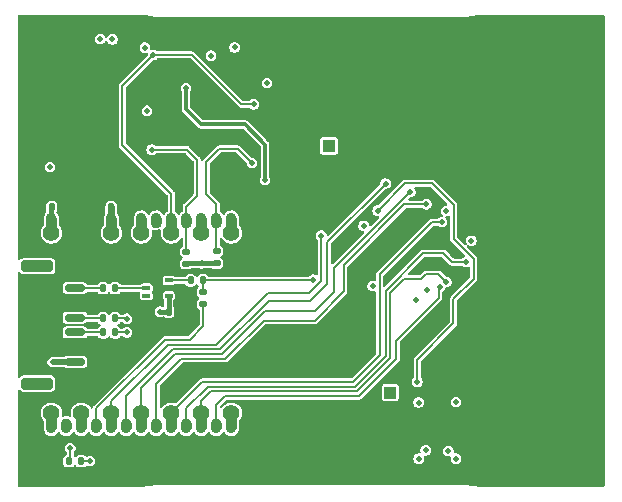
<source format=gbl>
%TF.GenerationSoftware,KiCad,Pcbnew,9.0.0*%
%TF.CreationDate,2025-03-30T18:56:19-05:00*%
%TF.ProjectId,radar-synth,72616461-722d-4737-996e-74682e6b6963,rev?*%
%TF.SameCoordinates,Original*%
%TF.FileFunction,Copper,L4,Bot*%
%TF.FilePolarity,Positive*%
%FSLAX45Y45*%
G04 Gerber Fmt 4.5, Leading zero omitted, Abs format (unit mm)*
G04 Created by KiCad (PCBNEW 9.0.0) date 2025-03-30 18:56:19*
%MOMM*%
%LPD*%
G01*
G04 APERTURE LIST*
G04 Aperture macros list*
%AMRoundRect*
0 Rectangle with rounded corners*
0 $1 Rounding radius*
0 $2 $3 $4 $5 $6 $7 $8 $9 X,Y pos of 4 corners*
0 Add a 4 corners polygon primitive as box body*
4,1,4,$2,$3,$4,$5,$6,$7,$8,$9,$2,$3,0*
0 Add four circle primitives for the rounded corners*
1,1,$1+$1,$2,$3*
1,1,$1+$1,$4,$5*
1,1,$1+$1,$6,$7*
1,1,$1+$1,$8,$9*
0 Add four rect primitives between the rounded corners*
20,1,$1+$1,$2,$3,$4,$5,0*
20,1,$1+$1,$4,$5,$6,$7,0*
20,1,$1+$1,$6,$7,$8,$9,0*
20,1,$1+$1,$8,$9,$2,$3,0*%
G04 Aperture macros list end*
%TA.AperFunction,EtchedComponent*%
%ADD10C,0.000000*%
%TD*%
%TA.AperFunction,ComponentPad*%
%ADD11R,1.000000X1.000000*%
%TD*%
%TA.AperFunction,SMDPad,CuDef*%
%ADD12RoundRect,0.250000X1.600000X-0.425000X1.600000X0.425000X-1.600000X0.425000X-1.600000X-0.425000X0*%
%TD*%
%TA.AperFunction,SMDPad,CuDef*%
%ADD13RoundRect,0.250000X-1.600000X0.425000X-1.600000X-0.425000X1.600000X-0.425000X1.600000X0.425000X0*%
%TD*%
%TA.AperFunction,ComponentPad*%
%ADD14C,0.900000*%
%TD*%
%TA.AperFunction,ComponentPad*%
%ADD15C,1.400000*%
%TD*%
%TA.AperFunction,ComponentPad*%
%ADD16C,0.499999*%
%TD*%
%TA.AperFunction,SMDPad,CuDef*%
%ADD17RoundRect,0.140000X-0.140000X-0.170000X0.140000X-0.170000X0.140000X0.170000X-0.140000X0.170000X0*%
%TD*%
%TA.AperFunction,SMDPad,CuDef*%
%ADD18RoundRect,0.100000X-0.225000X-0.100000X0.225000X-0.100000X0.225000X0.100000X-0.225000X0.100000X0*%
%TD*%
%TA.AperFunction,SMDPad,CuDef*%
%ADD19RoundRect,0.135000X0.185000X-0.135000X0.185000X0.135000X-0.185000X0.135000X-0.185000X-0.135000X0*%
%TD*%
%TA.AperFunction,SMDPad,CuDef*%
%ADD20RoundRect,0.135000X0.135000X0.185000X-0.135000X0.185000X-0.135000X-0.185000X0.135000X-0.185000X0*%
%TD*%
%TA.AperFunction,SMDPad,CuDef*%
%ADD21RoundRect,0.150000X0.700000X-0.150000X0.700000X0.150000X-0.700000X0.150000X-0.700000X-0.150000X0*%
%TD*%
%TA.AperFunction,SMDPad,CuDef*%
%ADD22RoundRect,0.250000X1.100000X-0.250000X1.100000X0.250000X-1.100000X0.250000X-1.100000X-0.250000X0*%
%TD*%
%TA.AperFunction,SMDPad,CuDef*%
%ADD23RoundRect,0.140000X0.140000X0.170000X-0.140000X0.170000X-0.140000X-0.170000X0.140000X-0.170000X0*%
%TD*%
%TA.AperFunction,SMDPad,CuDef*%
%ADD24RoundRect,0.135000X-0.185000X0.135000X-0.185000X-0.135000X0.185000X-0.135000X0.185000X0.135000X0*%
%TD*%
%TA.AperFunction,SMDPad,CuDef*%
%ADD25RoundRect,0.135000X-0.135000X-0.185000X0.135000X-0.185000X0.135000X0.185000X-0.135000X0.185000X0*%
%TD*%
%TA.AperFunction,ViaPad*%
%ADD26C,0.500000*%
%TD*%
%TA.AperFunction,ViaPad*%
%ADD27C,0.600000*%
%TD*%
%TA.AperFunction,Conductor*%
%ADD28C,0.400000*%
%TD*%
%TA.AperFunction,Conductor*%
%ADD29C,0.200000*%
%TD*%
%TA.AperFunction,Conductor*%
%ADD30C,0.600000*%
%TD*%
%TA.AperFunction,Conductor*%
%ADD31C,0.300000*%
%TD*%
%TA.AperFunction,Conductor*%
%ADD32C,0.160000*%
%TD*%
%TA.AperFunction,Conductor*%
%ADD33C,0.500000*%
%TD*%
G04 APERTURE END LIST*
%TA.AperFunction,EtchedComponent*%
%TO.C,U3*%
G36*
X13845180Y-7704280D02*
G01*
X13754820Y-7704280D01*
X13754820Y-7617920D01*
X13845180Y-7617920D01*
X13845180Y-7704280D01*
G37*
%TD.AperFunction*%
%TA.AperFunction,EtchedComponent*%
G36*
X13845180Y-9406080D02*
G01*
X13754820Y-9406080D01*
X13754820Y-9319720D01*
X13845180Y-9319720D01*
X13845180Y-9406080D01*
G37*
%TD.AperFunction*%
%TA.AperFunction,EtchedComponent*%
G36*
X14099180Y-7704280D02*
G01*
X14008820Y-7704280D01*
X14008820Y-7617920D01*
X14099180Y-7617920D01*
X14099180Y-7704280D01*
G37*
%TD.AperFunction*%
%TA.AperFunction,EtchedComponent*%
G36*
X14099180Y-9406080D02*
G01*
X14008820Y-9406080D01*
X14008820Y-9319720D01*
X14099180Y-9319720D01*
X14099180Y-9406080D01*
G37*
%TD.AperFunction*%
%TA.AperFunction,EtchedComponent*%
G36*
X14353180Y-7704280D02*
G01*
X14262820Y-7704280D01*
X14262820Y-7617920D01*
X14353180Y-7617920D01*
X14353180Y-7704280D01*
G37*
%TD.AperFunction*%
%TA.AperFunction,EtchedComponent*%
G36*
X14353180Y-9406080D02*
G01*
X14262820Y-9406080D01*
X14262820Y-9319720D01*
X14353180Y-9319720D01*
X14353180Y-9406080D01*
G37*
%TD.AperFunction*%
%TA.AperFunction,EtchedComponent*%
G36*
X14607180Y-7704280D02*
G01*
X14516820Y-7704280D01*
X14516820Y-7617920D01*
X14607180Y-7617920D01*
X14607180Y-7704280D01*
G37*
%TD.AperFunction*%
%TA.AperFunction,EtchedComponent*%
G36*
X14607180Y-9406080D02*
G01*
X14516820Y-9406080D01*
X14516820Y-9319720D01*
X14607180Y-9319720D01*
X14607180Y-9406080D01*
G37*
%TD.AperFunction*%
%TA.AperFunction,EtchedComponent*%
G36*
X14861180Y-7704280D02*
G01*
X14770820Y-7704280D01*
X14770820Y-7617920D01*
X14861180Y-7617920D01*
X14861180Y-7704280D01*
G37*
%TD.AperFunction*%
%TA.AperFunction,EtchedComponent*%
G36*
X14861180Y-9406080D02*
G01*
X14770820Y-9406080D01*
X14770820Y-9319720D01*
X14861180Y-9319720D01*
X14861180Y-9406080D01*
G37*
%TD.AperFunction*%
%TA.AperFunction,EtchedComponent*%
G36*
X15115180Y-7704280D02*
G01*
X15024820Y-7704280D01*
X15024820Y-7617920D01*
X15115180Y-7617920D01*
X15115180Y-7704280D01*
G37*
%TD.AperFunction*%
%TA.AperFunction,EtchedComponent*%
G36*
X15115180Y-9406080D02*
G01*
X15024820Y-9406080D01*
X15024820Y-9319720D01*
X15115180Y-9319720D01*
X15115180Y-9406080D01*
G37*
%TD.AperFunction*%
%TA.AperFunction,EtchedComponent*%
G36*
X15369180Y-7704280D02*
G01*
X15278820Y-7704280D01*
X15278820Y-7617920D01*
X15369180Y-7617920D01*
X15369180Y-7704280D01*
G37*
%TD.AperFunction*%
%TA.AperFunction,EtchedComponent*%
G36*
X15369180Y-9406080D02*
G01*
X15278820Y-9406080D01*
X15278820Y-9319720D01*
X15369180Y-9319720D01*
X15369180Y-9406080D01*
G37*
%TD.AperFunction*%
D10*
%TA.AperFunction,EtchedComponent*%
G36*
X13942363Y-9321773D02*
G01*
X13954418Y-9327916D01*
X13964278Y-9337776D01*
X13972180Y-9362095D01*
X13972180Y-9406080D01*
X13881820Y-9406080D01*
X13881820Y-9362500D01*
X13883873Y-9349537D01*
X13890015Y-9337482D01*
X13899876Y-9327622D01*
X13924195Y-9319720D01*
X13929400Y-9319720D01*
X13942363Y-9321773D01*
G37*
%TD.AperFunction*%
%TA.AperFunction,EtchedComponent*%
G36*
X14196363Y-9321773D02*
G01*
X14208418Y-9327916D01*
X14218278Y-9337776D01*
X14226180Y-9362095D01*
X14226180Y-9406080D01*
X14135820Y-9406080D01*
X14135820Y-9362500D01*
X14137873Y-9349537D01*
X14144015Y-9337482D01*
X14153876Y-9327622D01*
X14178195Y-9319720D01*
X14183400Y-9319720D01*
X14196363Y-9321773D01*
G37*
%TD.AperFunction*%
%TA.AperFunction,EtchedComponent*%
G36*
X14450363Y-9321773D02*
G01*
X14462418Y-9327916D01*
X14472278Y-9337776D01*
X14480180Y-9362095D01*
X14480180Y-9406080D01*
X14389820Y-9406080D01*
X14389820Y-9362500D01*
X14391873Y-9349537D01*
X14398015Y-9337482D01*
X14407876Y-9327622D01*
X14432195Y-9319720D01*
X14437400Y-9319720D01*
X14450363Y-9321773D01*
G37*
%TD.AperFunction*%
%TA.AperFunction,EtchedComponent*%
G36*
X14704363Y-9321773D02*
G01*
X14716418Y-9327916D01*
X14726278Y-9337776D01*
X14734180Y-9362095D01*
X14734180Y-9406080D01*
X14643820Y-9406080D01*
X14643820Y-9362500D01*
X14645873Y-9349537D01*
X14652015Y-9337482D01*
X14661876Y-9327622D01*
X14686195Y-9319720D01*
X14691400Y-9319720D01*
X14704363Y-9321773D01*
G37*
%TD.AperFunction*%
%TA.AperFunction,EtchedComponent*%
G36*
X14734180Y-7661500D02*
G01*
X14732127Y-7674463D01*
X14725984Y-7686518D01*
X14716124Y-7696378D01*
X14691805Y-7704280D01*
X14686600Y-7704280D01*
X14673637Y-7702227D01*
X14661582Y-7696084D01*
X14651722Y-7686224D01*
X14643820Y-7661905D01*
X14643820Y-7617920D01*
X14734180Y-7617920D01*
X14734180Y-7661500D01*
G37*
%TD.AperFunction*%
%TA.AperFunction,EtchedComponent*%
G36*
X14958363Y-9321773D02*
G01*
X14970418Y-9327916D01*
X14980278Y-9337776D01*
X14988180Y-9362095D01*
X14988180Y-9406080D01*
X14897820Y-9406080D01*
X14897820Y-9362500D01*
X14899873Y-9349537D01*
X14906015Y-9337482D01*
X14915876Y-9327622D01*
X14940195Y-9319720D01*
X14945400Y-9319720D01*
X14958363Y-9321773D01*
G37*
%TD.AperFunction*%
%TA.AperFunction,EtchedComponent*%
G36*
X14988180Y-7661500D02*
G01*
X14986127Y-7674463D01*
X14979984Y-7686518D01*
X14970124Y-7696378D01*
X14945805Y-7704280D01*
X14940600Y-7704280D01*
X14927637Y-7702227D01*
X14915582Y-7696084D01*
X14905722Y-7686224D01*
X14897820Y-7661905D01*
X14897820Y-7617920D01*
X14988180Y-7617920D01*
X14988180Y-7661500D01*
G37*
%TD.AperFunction*%
%TA.AperFunction,EtchedComponent*%
G36*
X15212363Y-9321773D02*
G01*
X15224418Y-9327916D01*
X15234278Y-9337776D01*
X15242180Y-9362095D01*
X15242180Y-9406080D01*
X15151820Y-9406080D01*
X15151820Y-9362500D01*
X15153873Y-9349537D01*
X15160015Y-9337482D01*
X15169876Y-9327622D01*
X15194195Y-9319720D01*
X15199400Y-9319720D01*
X15212363Y-9321773D01*
G37*
%TD.AperFunction*%
%TA.AperFunction,EtchedComponent*%
G36*
X15242180Y-7661500D02*
G01*
X15240127Y-7674463D01*
X15233984Y-7686518D01*
X15224124Y-7696378D01*
X15199805Y-7704280D01*
X15194600Y-7704280D01*
X15181637Y-7702227D01*
X15169582Y-7696084D01*
X15159722Y-7686224D01*
X15151820Y-7661905D01*
X15151820Y-7617920D01*
X15242180Y-7617920D01*
X15242180Y-7661500D01*
G37*
%TD.AperFunction*%
%TD*%
D11*
%TO.P,TP1,1,1*%
%TO.N,/lmx2572_rf_pll_synth/REF_OSC_P*%
X16150000Y-7010000D03*
%TD*%
D12*
%TO.P,J4,2,Ext*%
%TO.N,GND*%
X18271000Y-6367500D03*
X18271000Y-6932500D03*
%TD*%
D13*
%TO.P,J3,2,Ext*%
%TO.N,GND*%
X13735000Y-6932500D03*
X13735000Y-6367500D03*
%TD*%
D12*
%TO.P,J5,2,Ext*%
%TO.N,GND*%
X18271000Y-8867500D03*
X18271000Y-9432500D03*
%TD*%
D14*
%TO.P,U3,1,GPIO1_D0/A0*%
%TO.N,/controller/LED0*%
X13800000Y-9401000D03*
D15*
X13800000Y-9274000D03*
D14*
%TO.P,U3,2,GPIO2_D1/A1*%
%TO.N,unconnected-(U3-GPIO2_D1{slash}A1-Pad2)*%
X14054000Y-9401000D03*
D15*
%TO.N,unconnected-(U3-GPIO2_D1{slash}A1-Pad2)_1*%
X14054000Y-9274000D03*
D14*
%TO.P,U3,3,GPIO3_D2/A2*%
%TO.N,/controller/lmx2572.ce*%
X14308000Y-9401000D03*
D15*
X14308000Y-9274000D03*
D14*
%TO.P,U3,4,GPIO4_D3/A3*%
%TO.N,/controller/lmx2572.rampclk*%
X14562000Y-9401000D03*
D15*
X14562000Y-9274000D03*
D14*
%TO.P,U3,5,GPIO5_D4/A4/I2C_SDA*%
%TO.N,/controller/lmx2572.csb*%
X14816000Y-9401000D03*
D15*
X14816000Y-9274000D03*
D14*
%TO.P,U3,6,GPIO6_D5/A5/I2C_SCL*%
%TO.N,/controller/lmx2572.sdi*%
X15070000Y-9401000D03*
D15*
X15070000Y-9274000D03*
D14*
%TO.P,U3,7,U0TXD_D6/TX*%
%TO.N,/controller/TXD0*%
X15324000Y-9401000D03*
D15*
X15324000Y-9274000D03*
%TO.P,U3,8,U0RXD_D7/RX*%
%TO.N,/controller/RXD0*%
X15324000Y-7750000D03*
D14*
X15324000Y-7623000D03*
D15*
%TO.P,U3,9,GPIO7_D8/A8/SCK*%
%TO.N,/controller/ref_clk_en*%
X15070000Y-7750000D03*
D14*
X15070000Y-7623000D03*
D15*
%TO.P,U3,10,GPIO8_D9/A9/MISO*%
%TO.N,/controller/ref_clk_select*%
X14816000Y-7750000D03*
D14*
X14816000Y-7623000D03*
D15*
%TO.P,U3,11,GPIO9_D10/A10/MOSI*%
%TO.N,unconnected-(U3-GPIO9_D10{slash}A10{slash}MOSI-Pad11)*%
X14562000Y-7750000D03*
D14*
%TO.N,unconnected-(U3-GPIO9_D10{slash}A10{slash}MOSI-Pad11)_1*%
X14562000Y-7623000D03*
D15*
%TO.P,U3,12,VCC_3V3*%
%TO.N,3V3*%
X14308000Y-7750000D03*
D14*
X14308000Y-7623000D03*
D15*
%TO.P,U3,13,GND*%
%TO.N,GND*%
X14054000Y-7750000D03*
D14*
X14054000Y-7623000D03*
D15*
%TO.P,U3,14,VBUS*%
%TO.N,VBUS*%
X13800000Y-7750000D03*
D14*
X13800000Y-7623000D03*
%TO.P,U3,15,GPIO38_DVP_VSYNC/I2S_SD*%
%TO.N,unconnected-(U3-GPIO38_DVP_VSYNC{slash}I2S_SD-Pad15)*%
X13927000Y-9401000D03*
%TO.P,U3,16,GPIO39_CAM_SCL/I2S_SCK*%
%TO.N,/controller/lmx2572.sync*%
X14181000Y-9401000D03*
%TO.P,U3,17,GPIO40_CAM_SDA/I2S_WS*%
%TO.N,/controller/lmx2572.rampdir*%
X14435000Y-9401000D03*
%TO.P,U3,18,GPIO41_PDM_DATA/RX1*%
%TO.N,/controller/lmx2572.sysreffreq*%
X14689000Y-9401000D03*
%TO.P,U3,19,GPIO42_PDM_CLK/TX1*%
%TO.N,/controller/lmx2572.muxout*%
X14943000Y-9401000D03*
%TO.P,U3,20,GPIO10_XMCLK/ADC_BAT*%
%TO.N,/controller/lmx2572.sck*%
X15197000Y-9401000D03*
%TO.P,U3,21,GPIO11_DVP_Y8/SPI_MOSI1*%
%TO.N,/controller/i2c0.scl*%
X15197000Y-7623000D03*
%TO.P,U3,22,GPIO12_DVP_Y7/SPI_MISO1*%
%TO.N,/controller/i2c0.sda*%
X14943000Y-7623000D03*
%TO.P,U3,23,GPIO13_DVP_PCLK/SPI_SCK1*%
%TO.N,unconnected-(U3-GPIO13_DVP_PCLK{slash}SPI_SCK1-Pad23)*%
X14689000Y-7623000D03*
%TD*%
D16*
%TO.P,U2,V*%
%TO.N,GND*%
X16606959Y-7979802D03*
X16710197Y-8083040D03*
X16606959Y-7800197D03*
X16696762Y-7890000D03*
X16800000Y-7993238D03*
X16889802Y-8083040D03*
X16710197Y-7696959D03*
X16800000Y-7786762D03*
X16903238Y-7890000D03*
X16993040Y-7979802D03*
X16889802Y-7696959D03*
X16993040Y-7800197D03*
%TD*%
D11*
%TO.P,TP2,1,1*%
%TO.N,Net-(U2-VTUNE)*%
X16670000Y-9100000D03*
%TD*%
D17*
%TO.P,C2,1*%
%TO.N,3V3*%
X14794000Y-8415000D03*
%TO.P,C2,2*%
%TO.N,GND*%
X14890000Y-8415000D03*
%TD*%
D18*
%TO.P,U1,1,NC*%
%TO.N,unconnected-(U1-NC-Pad1)*%
X14605000Y-8280000D03*
%TO.P,U1,2*%
%TO.N,Net-(R1-Pad2)*%
X14605000Y-8215000D03*
%TO.P,U1,3,GND*%
%TO.N,GND*%
X14605000Y-8150000D03*
%TO.P,U1,4*%
%TO.N,/lmx2572_rf_pll_synth/pll_sync_ext*%
X14795000Y-8150000D03*
%TO.P,U1,5,VCC*%
%TO.N,3V3*%
X14795000Y-8280000D03*
%TD*%
D19*
%TO.P,R18,1*%
%TO.N,3V3*%
X15199000Y-8005000D03*
%TO.P,R18,2*%
%TO.N,/controller/i2c0.scl*%
X15199000Y-7903000D03*
%TD*%
D20*
%TO.P,R2,1*%
%TO.N,3V3*%
X14051000Y-9680000D03*
%TO.P,R2,2*%
%TO.N,Net-(D2-A)*%
X13949000Y-9680000D03*
%TD*%
D21*
%TO.P,J6,1,Pin_1*%
%TO.N,/J6_5V_EXT*%
X14000000Y-8840000D03*
%TO.P,J6,2,Pin_2*%
%TO.N,GND*%
X14000000Y-8715000D03*
%TO.P,J6,3,Pin_3*%
%TO.N,Net-(J6-Pin_3)*%
X14000000Y-8590000D03*
%TO.P,J6,4,Pin_4*%
%TO.N,Net-(J6-Pin_4)*%
X14000000Y-8465000D03*
%TO.P,J6,5,Pin_5*%
%TO.N,GND*%
X14000000Y-8340000D03*
%TO.P,J6,6,Pin_6*%
%TO.N,Net-(J6-Pin_6)*%
X14000000Y-8215000D03*
D22*
%TO.P,J6,MP,MountPin*%
%TO.N,unconnected-(J6-MountPin-PadMP)_1*%
X13680000Y-9025000D03*
%TO.N,unconnected-(J6-MountPin-PadMP)*%
X13680000Y-8030000D03*
%TD*%
D19*
%TO.P,R19,1*%
%TO.N,3V3*%
X14943000Y-8008000D03*
%TO.P,R19,2*%
%TO.N,/controller/i2c0.sda*%
X14943000Y-7906000D03*
%TD*%
D20*
%TO.P,R13,1*%
%TO.N,Net-(U2-SYNC)*%
X15081000Y-8150000D03*
%TO.P,R13,2*%
%TO.N,/lmx2572_rf_pll_synth/pll_sync_ext*%
X14979000Y-8150000D03*
%TD*%
D23*
%TO.P,C28,1*%
%TO.N,GND*%
X13898000Y-7530000D03*
%TO.P,C28,2*%
%TO.N,VBUS*%
X13802000Y-7530000D03*
%TD*%
D24*
%TO.P,R12,1*%
%TO.N,Net-(U2-SYNC)*%
X15085000Y-8249000D03*
%TO.P,R12,2*%
%TO.N,/controller/lmx2572.sync*%
X15085000Y-8351000D03*
%TD*%
D25*
%TO.P,R1,1*%
%TO.N,Net-(J6-Pin_6)*%
X14239000Y-8215000D03*
%TO.P,R1,2*%
%TO.N,Net-(R1-Pad2)*%
X14341000Y-8215000D03*
%TD*%
%TO.P,R3,1*%
%TO.N,Net-(J6-Pin_3)*%
X14239000Y-8590000D03*
%TO.P,R3,2*%
%TO.N,/controller/TXD0*%
X14341000Y-8590000D03*
%TD*%
%TO.P,R4,1*%
%TO.N,Net-(J6-Pin_4)*%
X14238000Y-8470000D03*
%TO.P,R4,2*%
%TO.N,/controller/RXD0*%
X14340000Y-8470000D03*
%TD*%
D23*
%TO.P,C29,1*%
%TO.N,GND*%
X14404003Y-7532007D03*
%TO.P,C29,2*%
%TO.N,3V3*%
X14308003Y-7532007D03*
%TD*%
D26*
%TO.N,GND*%
X17570000Y-7650000D03*
X17670000Y-6900000D03*
X17750000Y-6550000D03*
X17600000Y-8300000D03*
X17680000Y-8250000D03*
X13967500Y-6932500D03*
X17950000Y-6780000D03*
X15850000Y-8900000D03*
X15780000Y-7450000D03*
X17020000Y-8610000D03*
X17650000Y-6550000D03*
X15330000Y-7405000D03*
X17800000Y-6480000D03*
X18035000Y-6932516D03*
X14460000Y-7530000D03*
X15880000Y-6210000D03*
X17550000Y-7770000D03*
X15750000Y-8600000D03*
X16100000Y-8950000D03*
X18240000Y-8720000D03*
X17640000Y-6960000D03*
X17890000Y-9350000D03*
X17850000Y-6760000D03*
X18320000Y-9580000D03*
X17500000Y-6800000D03*
X14945000Y-8415000D03*
X17590000Y-8200000D03*
X17480000Y-8600000D03*
X17670000Y-7660000D03*
X17750000Y-6750000D03*
X17290000Y-8710000D03*
X16000000Y-8600000D03*
X18010000Y-8950000D03*
X15150000Y-8900000D03*
X17133938Y-8298938D03*
X18090000Y-7090000D03*
X17570000Y-9280000D03*
X17490000Y-7330000D03*
X16090000Y-6520000D03*
D27*
X16465000Y-7317500D03*
D26*
X17400000Y-8350000D03*
X18340000Y-8720000D03*
X17290000Y-8820000D03*
X14650000Y-6410000D03*
X17420000Y-7150000D03*
X17450000Y-8100000D03*
X17540000Y-7550000D03*
X17510000Y-7000000D03*
X15243000Y-7460000D03*
X14165000Y-8715000D03*
X16155000Y-8492500D03*
X14212500Y-6340000D03*
X15980000Y-7620000D03*
X18110000Y-6230000D03*
X17500000Y-8200000D03*
X15600000Y-8700000D03*
X17480000Y-8800000D03*
D27*
X16395000Y-7387500D03*
D26*
X15780000Y-7650000D03*
X16060000Y-6840000D03*
X17670000Y-7000000D03*
X17525000Y-7900000D03*
X17480000Y-8700000D03*
X15980000Y-6920000D03*
X13740000Y-7080000D03*
X18420000Y-7090000D03*
X17790000Y-9360000D03*
X17420000Y-7690000D03*
X17610000Y-7570000D03*
X15780000Y-8050000D03*
X17740000Y-8750000D03*
X15980000Y-7420000D03*
X17750000Y-7050000D03*
X17410000Y-8850000D03*
X14290000Y-6760000D03*
X18330000Y-6230000D03*
X17290000Y-8600000D03*
X17550000Y-9200000D03*
X17300000Y-8400000D03*
X17460000Y-6620000D03*
X17740000Y-8550000D03*
X17500000Y-7100000D03*
X17610000Y-8110000D03*
X15530000Y-6025000D03*
X18070000Y-9300000D03*
X17740000Y-8850000D03*
X17890000Y-6850000D03*
X15470000Y-7250000D03*
X17550000Y-8020000D03*
X18430000Y-6230000D03*
X15980000Y-8010000D03*
X17410000Y-7260000D03*
X17490000Y-7710000D03*
X17740000Y-8460000D03*
X16070000Y-6630000D03*
X14930000Y-6410000D03*
X16363000Y-8358000D03*
X17420000Y-7050000D03*
X17580000Y-6530000D03*
X18130000Y-8720000D03*
X15750000Y-8700000D03*
X13730000Y-6210000D03*
X17740000Y-8330000D03*
X17750000Y-9250000D03*
X17670000Y-8400000D03*
X18060000Y-6790000D03*
X17840000Y-6280000D03*
X17740000Y-8650000D03*
X13860000Y-7080000D03*
X17700000Y-6490000D03*
X17750000Y-7260000D03*
X17960000Y-9020000D03*
X17670000Y-7310000D03*
X17280000Y-7260000D03*
X13970000Y-6370000D03*
X17410000Y-8560000D03*
X17410000Y-8950000D03*
X17948185Y-6539732D03*
X18220000Y-6230000D03*
X15780000Y-7750000D03*
X14500000Y-6955000D03*
X18320000Y-7090000D03*
X15600000Y-8900000D03*
X17420000Y-6950000D03*
X13850000Y-6210000D03*
X17600000Y-7490000D03*
X17900000Y-8960000D03*
X17540000Y-8120000D03*
X13600000Y-6210000D03*
X14245000Y-7190000D03*
X17490000Y-7630000D03*
X15780000Y-7950000D03*
X17500000Y-7200000D03*
X17480000Y-9100000D03*
X17410000Y-8650000D03*
X17480000Y-8510000D03*
X16730000Y-9475000D03*
X14160000Y-6760000D03*
X17420000Y-6850000D03*
X15430000Y-6025000D03*
X15877500Y-6382500D03*
X14150000Y-6530000D03*
X17720000Y-7380000D03*
X17075000Y-7265000D03*
X15450000Y-8800000D03*
X17890000Y-6390000D03*
X14020000Y-6530000D03*
X15980000Y-6200000D03*
X18040000Y-9435000D03*
X17145000Y-7335000D03*
X15470000Y-6595000D03*
X15730000Y-6200000D03*
X17990000Y-9540000D03*
X17840000Y-9270000D03*
X15620000Y-6220000D03*
X17670000Y-7200000D03*
X15780000Y-7850000D03*
X16500000Y-8600000D03*
X17320000Y-7740000D03*
X18000000Y-6850000D03*
X14450000Y-6300000D03*
X17750000Y-6950000D03*
D27*
X16255000Y-7527500D03*
D26*
X15450000Y-8900000D03*
X17930000Y-9460000D03*
X16150000Y-8750000D03*
X17850000Y-9040000D03*
X17480000Y-9000000D03*
X17215000Y-7405000D03*
X15980000Y-7710000D03*
X17480000Y-6510000D03*
X17480000Y-8900000D03*
X17970000Y-9370000D03*
X17670000Y-8600000D03*
X17410000Y-8750000D03*
X18060000Y-6520000D03*
X18210000Y-9580000D03*
D27*
X16325000Y-7457500D03*
D26*
X16250000Y-8750000D03*
X17300000Y-8490000D03*
X17500000Y-6700000D03*
X16730000Y-9590000D03*
X18000000Y-6470000D03*
X14505000Y-8150000D03*
X17670000Y-8700000D03*
X16835000Y-8810000D03*
X17750000Y-7150000D03*
X17670000Y-8900000D03*
X18200000Y-7090000D03*
X15980000Y-7110000D03*
X16830339Y-8720000D03*
X17640000Y-9240000D03*
X13970000Y-7530000D03*
X17950000Y-9280000D03*
X15980000Y-7510000D03*
X17500000Y-6900000D03*
X16050000Y-8700000D03*
X17670000Y-7100000D03*
X15980000Y-7910000D03*
X16100000Y-6350000D03*
X13600000Y-7080000D03*
X17860000Y-8850000D03*
X17980000Y-6230000D03*
X17460000Y-7800000D03*
X18020000Y-7040000D03*
X17400000Y-8460000D03*
X15260000Y-6420000D03*
X15560000Y-6550000D03*
X18040000Y-6370000D03*
D27*
X16185000Y-7597500D03*
D26*
X17960000Y-6320000D03*
X17700000Y-9320000D03*
X17397000Y-9480000D03*
X16450000Y-8750000D03*
X17670000Y-6730000D03*
X17750000Y-8960000D03*
X17460000Y-9190000D03*
X17470000Y-8420000D03*
X14725000Y-6305000D03*
X15210000Y-6080000D03*
X16080000Y-6730000D03*
X15980000Y-7810000D03*
X17680000Y-7490000D03*
X18043355Y-8867601D03*
X14800000Y-9000000D03*
X15750000Y-8850000D03*
X18090000Y-9580000D03*
X14610000Y-6955000D03*
X18070000Y-9020000D03*
X14030000Y-6760000D03*
X17397000Y-9585000D03*
X17670000Y-8500000D03*
X17750000Y-9050000D03*
X14315000Y-6340000D03*
X15767500Y-6907500D03*
X17960000Y-8810000D03*
X17550000Y-6600000D03*
X17600000Y-7870000D03*
X17900000Y-6480000D03*
X17670000Y-9000000D03*
X16965000Y-8545000D03*
X17024412Y-8494519D03*
X14800000Y-9150000D03*
X17460000Y-8000000D03*
X18430000Y-8720000D03*
X18420000Y-9580000D03*
X17670000Y-6800000D03*
X15780000Y-7550000D03*
X18020000Y-8720000D03*
X17400000Y-9050000D03*
X16192000Y-7957657D03*
X15627500Y-6380000D03*
X14280000Y-6530000D03*
X15980000Y-7310000D03*
X17850000Y-6550000D03*
X17650000Y-7410000D03*
X17420000Y-6750000D03*
X17790000Y-6830000D03*
X17670000Y-8800000D03*
X17140000Y-8390000D03*
X15980000Y-7210000D03*
%TO.N,3V3*%
X14317500Y-6110000D03*
X14215000Y-6107500D03*
X16910000Y-9660000D03*
X17162000Y-9595000D03*
X14125000Y-9680000D03*
X17227000Y-9660000D03*
X14720000Y-8415000D03*
X16970000Y-9590000D03*
X15072500Y-8005000D03*
%TO.N,Net-(U2-VTUNE)*%
X16563750Y-7558750D03*
X16900000Y-9007500D03*
%TO.N,3V3_PLL*%
X16444000Y-7687000D03*
X16890000Y-8320000D03*
X16982500Y-8235000D03*
X16911000Y-9184000D03*
X16521000Y-8199000D03*
X17144000Y-7562000D03*
%TO.N,3V3_PLL_RF*%
X17227000Y-9179000D03*
X17355519Y-7813902D03*
%TO.N,3V3_OSC*%
X15625000Y-6477500D03*
X14610000Y-6714000D03*
X15151000Y-6248000D03*
X14592000Y-6179000D03*
X15352000Y-6178000D03*
%TO.N,Net-(C31-Pad2)*%
X15610000Y-7300000D03*
X14939872Y-6520000D03*
%TO.N,Net-(D2-A)*%
X13960000Y-9570000D03*
%TO.N,/controller/TXD0*%
X14440000Y-8590000D03*
%TO.N,/controller/RXD0*%
X14440000Y-8475000D03*
%TO.N,Net-(U2-SYNC)*%
X16015000Y-8145000D03*
%TO.N,/controller/lmx2572.ce*%
X16085000Y-7770000D03*
%TO.N,/controller/i2c0.scl*%
X15500000Y-7157500D03*
%TO.N,/controller/i2c0.sda*%
X14650000Y-7043000D03*
%TO.N,/controller/lmx2572.sdi*%
X17145000Y-8165000D03*
%TO.N,/controller/lmx2572.muxout*%
X17310000Y-7995000D03*
%TO.N,/controller/lmx2572.csb*%
X17107259Y-7656350D03*
%TO.N,/controller/ref_clk_select*%
X15512500Y-6659100D03*
X14665000Y-6240000D03*
%TO.N,/controller/lmx2572.rampclk*%
X16840000Y-7400000D03*
%TO.N,/controller/lmx2572.rampdir*%
X16630000Y-7330000D03*
%TO.N,/controller/lmx2572.sck*%
X17087883Y-8205469D03*
%TO.N,/controller/lmx2572.sysreffreq*%
X16975000Y-7505000D03*
%TO.N,/J6_5V_EXT*%
X13790000Y-7190000D03*
X13812500Y-8840000D03*
%TD*%
D28*
%TO.N,GND*%
X14000000Y-8715000D02*
X14165000Y-8715000D01*
X14460000Y-7530000D02*
X14403000Y-7530000D01*
X14890000Y-8415000D02*
X14945000Y-8415000D01*
X14605000Y-8150000D02*
X14505000Y-8150000D01*
X13898000Y-7530000D02*
X13970000Y-7530000D01*
D29*
%TO.N,3V3*%
X14051000Y-9680000D02*
X14125000Y-9680000D01*
D28*
X14794000Y-8415000D02*
X14720000Y-8415000D01*
X14794000Y-8281000D02*
X14795000Y-8280000D01*
X15199000Y-8005000D02*
X14946000Y-8005000D01*
X14307000Y-7622000D02*
X14307000Y-7749000D01*
D30*
X14307000Y-7530000D02*
X14307000Y-7622000D01*
D28*
X14794000Y-8415000D02*
X14794000Y-8281000D01*
D29*
%TO.N,Net-(U2-VTUNE)*%
X16563750Y-7558750D02*
X16795000Y-7327500D01*
X17375000Y-7965000D02*
X17375000Y-8140000D01*
X17207500Y-7515000D02*
X17207500Y-7797500D01*
X16795000Y-7327500D02*
X17020000Y-7327500D01*
X17205000Y-8310000D02*
X17205000Y-8515000D01*
X17207500Y-7797500D02*
X17375000Y-7965000D01*
X17020000Y-7327500D02*
X17207500Y-7515000D01*
X16900000Y-8820000D02*
X16900000Y-9007500D01*
X17205000Y-8515000D02*
X16900000Y-8820000D01*
X17375000Y-8140000D02*
X17205000Y-8310000D01*
D28*
%TO.N,VBUS*%
X13800000Y-7623000D02*
X13800000Y-7532000D01*
D31*
%TO.N,Net-(C31-Pad2)*%
X15070000Y-6830000D02*
X14939872Y-6699872D01*
X15610000Y-7300000D02*
X15610000Y-7000000D01*
X15610000Y-7000000D02*
X15440000Y-6830000D01*
X15440000Y-6830000D02*
X15070000Y-6830000D01*
X14939872Y-6699872D02*
X14939872Y-6520000D01*
D29*
%TO.N,Net-(D2-A)*%
X13960000Y-9669000D02*
X13949000Y-9680000D01*
X13960000Y-9570000D02*
X13960000Y-9669000D01*
D28*
%TO.N,/controller/LED0*%
X13800000Y-9274000D02*
X13800000Y-9401000D01*
D29*
%TO.N,Net-(R1-Pad2)*%
X14605000Y-8215000D02*
X14341000Y-8215000D01*
%TO.N,/controller/TXD0*%
X14440000Y-8590000D02*
X14341000Y-8590000D01*
%TO.N,/controller/RXD0*%
X14340000Y-8470000D02*
X14435000Y-8470000D01*
X14435000Y-8470000D02*
X14440000Y-8475000D01*
%TO.N,Net-(U2-SYNC)*%
X15085000Y-8249000D02*
X15085000Y-8154000D01*
X15081000Y-8150000D02*
X16010000Y-8150000D01*
X16010000Y-8150000D02*
X16015000Y-8145000D01*
%TO.N,/controller/lmx2572.sync*%
X14181000Y-9234000D02*
X14760000Y-8655000D01*
X14181000Y-9401000D02*
X14181000Y-9234000D01*
X14970000Y-8655000D02*
X15085000Y-8540000D01*
X14760000Y-8655000D02*
X14970000Y-8655000D01*
X15085000Y-8540000D02*
X15085000Y-8351000D01*
%TO.N,/lmx2572_rf_pll_synth/pll_sync_ext*%
X14795000Y-8150000D02*
X14979000Y-8150000D01*
%TO.N,/controller/lmx2572.ce*%
X14308000Y-9200000D02*
X14308000Y-9401000D01*
X14308000Y-9175005D02*
X14308000Y-9200000D01*
X15197500Y-8695000D02*
X14788005Y-8695000D01*
X15977923Y-8260000D02*
X15632500Y-8260000D01*
X14788005Y-8695000D02*
X14308000Y-9175005D01*
X16085000Y-8152923D02*
X15977923Y-8260000D01*
X14308000Y-9274000D02*
X14308000Y-9401000D01*
X16085000Y-7770000D02*
X16085000Y-8152923D01*
X14308000Y-9200000D02*
X14308000Y-9274000D01*
X15632500Y-8260000D02*
X15197500Y-8695000D01*
%TO.N,/controller/i2c0.scl*%
X15111000Y-7149000D02*
X15111000Y-7421000D01*
X15197000Y-7507000D02*
X15197000Y-7623000D01*
X15379500Y-7037000D02*
X15223000Y-7037000D01*
X15500000Y-7157500D02*
X15379500Y-7037000D01*
X15197000Y-7623000D02*
X15197000Y-7901000D01*
X15111000Y-7421000D02*
X15197000Y-7507000D01*
X15223000Y-7037000D02*
X15111000Y-7149000D01*
%TO.N,/controller/i2c0.sda*%
X14943000Y-7525000D02*
X15035000Y-7433000D01*
X15035000Y-7127000D02*
X14951000Y-7043000D01*
X14943000Y-7623000D02*
X14943000Y-7906000D01*
X14943000Y-7623000D02*
X14943000Y-7525000D01*
X14951000Y-7043000D02*
X14650000Y-7043000D01*
X15035000Y-7433000D02*
X15035000Y-7127000D01*
%TO.N,/controller/lmx2572.sdi*%
X16670580Y-8807851D02*
X16388431Y-9090000D01*
X17145000Y-8165000D02*
X17077500Y-8097500D01*
X16789731Y-8138140D02*
X16670580Y-8257290D01*
X16930000Y-8138140D02*
X16789731Y-8138140D01*
X16670580Y-8257290D02*
X16670580Y-8807851D01*
X16388431Y-9090000D02*
X15150000Y-9090000D01*
X15070000Y-9170000D02*
X15070000Y-9274000D01*
X15070000Y-9274000D02*
X15070000Y-9401000D01*
X15150000Y-9090000D02*
X15070000Y-9170000D01*
X16970640Y-8097500D02*
X16930000Y-8138140D01*
X17077500Y-8097500D02*
X16970640Y-8097500D01*
%TO.N,/controller/lmx2572.muxout*%
X14943000Y-9401000D02*
X14943000Y-9232000D01*
X14943000Y-9232000D02*
X15125000Y-9050000D01*
X16371569Y-9050000D02*
X15125000Y-9050000D01*
X16630580Y-8790988D02*
X16371569Y-9050000D01*
X17310000Y-7995000D02*
X17195000Y-7995000D01*
X16630580Y-8240580D02*
X16630580Y-8790988D01*
X17120000Y-7920000D02*
X16951161Y-7920000D01*
X16951161Y-7920000D02*
X16630580Y-8240580D01*
X17195000Y-7995000D02*
X17120000Y-7920000D01*
%TO.N,/controller/lmx2572.csb*%
X15080000Y-9010000D02*
X14816000Y-9274000D01*
X17107259Y-7656350D02*
X17023650Y-7656350D01*
X16354859Y-9010000D02*
X15080000Y-9010000D01*
X16580000Y-8100000D02*
X16580000Y-8784859D01*
X17023650Y-7656350D02*
X16580000Y-8100000D01*
X16580000Y-8784859D02*
X16354859Y-9010000D01*
%TO.N,/controller/ref_clk_select*%
X14400000Y-7000000D02*
X14816000Y-7416000D01*
D32*
X14665000Y-6240000D02*
X14990000Y-6240000D01*
X15409100Y-6659100D02*
X15512500Y-6659100D01*
D29*
X14816000Y-7416000D02*
X14816000Y-7623000D01*
D32*
X14990000Y-6240000D02*
X15409100Y-6659100D01*
D29*
X14400000Y-6505000D02*
X14400000Y-7000000D01*
X14665000Y-6240000D02*
X14400000Y-6505000D01*
%TO.N,/controller/lmx2572.rampclk*%
X15612500Y-8410000D02*
X15247500Y-8775000D01*
X16030000Y-8410000D02*
X15612500Y-8410000D01*
X16838432Y-7400000D02*
X16194216Y-8044216D01*
X15247500Y-8775000D02*
X14845000Y-8775000D01*
X14845000Y-8775000D02*
X14562000Y-9058000D01*
X14562000Y-9058000D02*
X14562000Y-9274000D01*
X16194216Y-8044216D02*
X16194216Y-8245784D01*
X16194216Y-8245784D02*
X16030000Y-8410000D01*
X14562000Y-9274000D02*
X14562000Y-9401000D01*
X16840000Y-7400000D02*
X16838432Y-7400000D01*
%TO.N,/controller/lmx2572.rampdir*%
X16137000Y-7823000D02*
X16630000Y-7330000D01*
X15639000Y-8323500D02*
X15227500Y-8735000D01*
X16137000Y-7823000D02*
X16137000Y-8180000D01*
X15227500Y-8735000D02*
X14828431Y-8735000D01*
X14828431Y-8735000D02*
X14435000Y-9128431D01*
X15993500Y-8323500D02*
X15639000Y-8323500D01*
X14435000Y-9401000D02*
X14435000Y-9128431D01*
X16137000Y-8180000D02*
X15993500Y-8323500D01*
%TO.N,/controller/lmx2572.sck*%
X17078838Y-8301162D02*
X17078838Y-8214514D01*
X17087883Y-8207117D02*
X17087883Y-8205469D01*
X16720000Y-8660000D02*
X17078838Y-8301162D01*
X16720000Y-8815000D02*
X16720000Y-8660000D01*
X15270000Y-9130000D02*
X16405000Y-9130000D01*
X16405000Y-9130000D02*
X16720000Y-8815000D01*
X15197000Y-9401000D02*
X15197000Y-9203000D01*
X15197000Y-9203000D02*
X15270000Y-9130000D01*
X17078838Y-8214514D02*
X17087883Y-8205469D01*
%TO.N,/controller/lmx2572.sysreffreq*%
X15272500Y-8815000D02*
X15597500Y-8490000D01*
X15597500Y-8490000D02*
X16030000Y-8490000D01*
X16277500Y-8242500D02*
X16277500Y-8017500D01*
X16277500Y-8017500D02*
X16790000Y-7505000D01*
X14900000Y-8815000D02*
X15272500Y-8815000D01*
X14689000Y-9401000D02*
X14689000Y-9026000D01*
X16790000Y-7505000D02*
X16975000Y-7505000D01*
X16030000Y-8490000D02*
X16277500Y-8242500D01*
X14689000Y-9026000D02*
X14900000Y-8815000D01*
%TO.N,Net-(J6-Pin_3)*%
X14239000Y-8590000D02*
X14000000Y-8590000D01*
%TO.N,Net-(J6-Pin_6)*%
X14239000Y-8215000D02*
X14000000Y-8215000D01*
%TO.N,Net-(J6-Pin_4)*%
X14238000Y-8470000D02*
X14005000Y-8470000D01*
D33*
%TO.N,/J6_5V_EXT*%
X14000000Y-8840000D02*
X13812500Y-8840000D01*
%TD*%
%TA.AperFunction,Conductor*%
%TO.N,GND*%
G36*
X17009271Y-7359441D02*
G01*
X17010453Y-7360450D01*
X17150053Y-7500050D01*
X17152830Y-7505501D01*
X17151873Y-7511544D01*
X17147547Y-7515871D01*
X17143052Y-7516950D01*
X17138069Y-7516950D01*
X17131057Y-7518829D01*
X17126611Y-7520020D01*
X17116339Y-7525951D01*
X17107951Y-7534339D01*
X17102020Y-7544611D01*
X17100563Y-7550050D01*
X17098950Y-7556069D01*
X17098950Y-7567931D01*
X17100791Y-7574800D01*
X17102020Y-7579389D01*
X17107951Y-7589661D01*
X17107951Y-7589661D01*
X17107951Y-7589661D01*
X17112690Y-7594400D01*
X17115467Y-7599851D01*
X17114510Y-7605894D01*
X17110184Y-7610221D01*
X17105689Y-7611300D01*
X17101328Y-7611300D01*
X17094316Y-7613179D01*
X17089870Y-7614370D01*
X17079598Y-7620301D01*
X17076499Y-7623400D01*
X17071047Y-7626178D01*
X17069498Y-7626300D01*
X17019694Y-7626300D01*
X17012051Y-7628348D01*
X17012051Y-7628348D01*
X17005199Y-7632304D01*
X16561549Y-8075954D01*
X16561549Y-8075954D01*
X16555954Y-8081549D01*
X16551998Y-8088401D01*
X16551998Y-8088401D01*
X16549950Y-8096043D01*
X16549950Y-8147216D01*
X16548059Y-8153035D01*
X16543109Y-8156631D01*
X16537488Y-8156779D01*
X16526931Y-8153950D01*
X16515069Y-8153950D01*
X16508057Y-8155829D01*
X16503611Y-8157020D01*
X16493339Y-8162951D01*
X16484951Y-8171339D01*
X16479020Y-8181611D01*
X16478255Y-8184466D01*
X16475950Y-8193069D01*
X16475950Y-8204931D01*
X16478578Y-8214737D01*
X16479020Y-8216389D01*
X16484951Y-8226661D01*
X16484951Y-8226661D01*
X16484951Y-8226661D01*
X16493339Y-8235049D01*
X16493339Y-8235049D01*
X16493339Y-8235049D01*
X16503611Y-8240980D01*
X16503611Y-8240980D01*
X16503611Y-8240980D01*
X16515069Y-8244050D01*
X16515069Y-8244050D01*
X16526931Y-8244050D01*
X16526931Y-8244050D01*
X16537488Y-8241221D01*
X16543598Y-8241541D01*
X16548353Y-8245392D01*
X16549950Y-8250784D01*
X16549950Y-8768311D01*
X16548059Y-8774130D01*
X16547050Y-8775311D01*
X16345311Y-8977050D01*
X16339859Y-8979828D01*
X16338311Y-8979950D01*
X15076043Y-8979950D01*
X15068401Y-8981998D01*
X15068401Y-8981998D01*
X15061549Y-8985954D01*
X14859549Y-9187954D01*
X14854097Y-9190732D01*
X14848760Y-9190100D01*
X14842267Y-9187411D01*
X14824869Y-9183950D01*
X14824869Y-9183950D01*
X14807131Y-9183950D01*
X14807131Y-9183950D01*
X14789733Y-9187411D01*
X14789733Y-9187411D01*
X14773345Y-9194199D01*
X14773345Y-9194199D01*
X14758596Y-9204054D01*
X14746053Y-9216597D01*
X14737181Y-9229874D01*
X14732376Y-9233662D01*
X14726263Y-9233903D01*
X14721175Y-9230503D01*
X14719058Y-9224763D01*
X14719050Y-9224374D01*
X14719050Y-9042548D01*
X14720941Y-9036729D01*
X14721950Y-9035548D01*
X14909547Y-8847950D01*
X14914999Y-8845172D01*
X14916548Y-8845050D01*
X15276456Y-8845050D01*
X15276456Y-8845050D01*
X15284099Y-8843002D01*
X15290951Y-8839046D01*
X15296546Y-8833451D01*
X15607047Y-8522950D01*
X15612499Y-8520172D01*
X15614048Y-8520050D01*
X16033956Y-8520050D01*
X16033956Y-8520050D01*
X16041599Y-8518002D01*
X16048451Y-8514046D01*
X16054046Y-8508451D01*
X16301546Y-8260951D01*
X16305502Y-8254099D01*
X16307550Y-8246456D01*
X16307550Y-8238544D01*
X16307550Y-8034048D01*
X16309441Y-8028229D01*
X16310450Y-8027047D01*
X16799548Y-7537950D01*
X16804999Y-7535172D01*
X16806548Y-7535050D01*
X16937239Y-7535050D01*
X16943058Y-7536941D01*
X16944239Y-7537949D01*
X16947339Y-7541049D01*
X16947339Y-7541049D01*
X16947339Y-7541049D01*
X16947339Y-7541049D01*
X16957611Y-7546980D01*
X16957611Y-7546980D01*
X16957611Y-7546980D01*
X16969069Y-7550050D01*
X16969069Y-7550050D01*
X16980931Y-7550050D01*
X16980931Y-7550050D01*
X16992389Y-7546980D01*
X16992389Y-7546980D01*
X16992389Y-7546980D01*
X17002661Y-7541049D01*
X17002661Y-7541049D01*
X17002661Y-7541049D01*
X17011049Y-7532661D01*
X17011957Y-7531089D01*
X17016980Y-7522389D01*
X17016980Y-7522389D01*
X17016980Y-7522389D01*
X17020050Y-7510931D01*
X17020050Y-7499069D01*
X17016980Y-7487611D01*
X17016980Y-7487611D01*
X17016980Y-7487611D01*
X17011049Y-7477339D01*
X17011049Y-7477339D01*
X17011049Y-7477339D01*
X17002661Y-7468951D01*
X17002661Y-7468951D01*
X17002661Y-7468951D01*
X16992389Y-7463020D01*
X16992389Y-7463020D01*
X16991035Y-7462657D01*
X16980931Y-7459950D01*
X16969069Y-7459950D01*
X16962057Y-7461829D01*
X16957611Y-7463020D01*
X16947339Y-7468951D01*
X16944239Y-7472050D01*
X16938788Y-7474828D01*
X16937239Y-7474950D01*
X16829880Y-7474950D01*
X16827675Y-7474234D01*
X16825385Y-7473871D01*
X16824820Y-7473306D01*
X16824060Y-7473059D01*
X16822698Y-7471184D01*
X16821059Y-7469544D01*
X16820934Y-7468755D01*
X16820464Y-7468109D01*
X16820464Y-7465791D01*
X16820101Y-7463501D01*
X16820464Y-7462790D01*
X16820464Y-7461991D01*
X16822879Y-7458050D01*
X16832979Y-7447950D01*
X16838431Y-7445172D01*
X16839980Y-7445050D01*
X16845931Y-7445050D01*
X16845931Y-7445050D01*
X16857389Y-7441980D01*
X16857389Y-7441980D01*
X16857389Y-7441980D01*
X16867661Y-7436049D01*
X16867661Y-7436049D01*
X16867661Y-7436049D01*
X16876049Y-7427661D01*
X16881980Y-7417389D01*
X16885050Y-7405931D01*
X16885050Y-7394069D01*
X16881980Y-7382611D01*
X16881980Y-7382611D01*
X16881980Y-7382611D01*
X16876084Y-7372400D01*
X16874812Y-7366415D01*
X16877301Y-7360826D01*
X16882600Y-7357766D01*
X16884658Y-7357550D01*
X17003452Y-7357550D01*
X17009271Y-7359441D01*
G37*
%TD.AperFunction*%
%TA.AperFunction,Conductor*%
G36*
X17174174Y-7604497D02*
G01*
X17177234Y-7609795D01*
X17177450Y-7611854D01*
X17177450Y-7801456D01*
X17179498Y-7809099D01*
X17181490Y-7812550D01*
X17181957Y-7813359D01*
X17181958Y-7813359D01*
X17183225Y-7815554D01*
X17183454Y-7815951D01*
X17302500Y-7934997D01*
X17305277Y-7940448D01*
X17304320Y-7946491D01*
X17299994Y-7950818D01*
X17298062Y-7951560D01*
X17292611Y-7953020D01*
X17292611Y-7953020D01*
X17282339Y-7958951D01*
X17279239Y-7962050D01*
X17273788Y-7964828D01*
X17272239Y-7964950D01*
X17211548Y-7964950D01*
X17205729Y-7963059D01*
X17204548Y-7962050D01*
X17177494Y-7934997D01*
X17138451Y-7895954D01*
X17138451Y-7895954D01*
X17131599Y-7891998D01*
X17131599Y-7891998D01*
X17123956Y-7889950D01*
X17123956Y-7889950D01*
X16947204Y-7889950D01*
X16947204Y-7889950D01*
X16939562Y-7891998D01*
X16939561Y-7891998D01*
X16932710Y-7895954D01*
X16626950Y-8201713D01*
X16621499Y-8204491D01*
X16615455Y-8203534D01*
X16611129Y-8199207D01*
X16610050Y-8194713D01*
X16610050Y-8116548D01*
X16611941Y-8110729D01*
X16612950Y-8109547D01*
X17033198Y-7689300D01*
X17038649Y-7686522D01*
X17040198Y-7686400D01*
X17069498Y-7686400D01*
X17075317Y-7688291D01*
X17076499Y-7689299D01*
X17079598Y-7692399D01*
X17079598Y-7692399D01*
X17079598Y-7692399D01*
X17079598Y-7692399D01*
X17089870Y-7698330D01*
X17089870Y-7698330D01*
X17089871Y-7698330D01*
X17101328Y-7701400D01*
X17101329Y-7701400D01*
X17113190Y-7701400D01*
X17113190Y-7701400D01*
X17124648Y-7698330D01*
X17124648Y-7698330D01*
X17124648Y-7698330D01*
X17134920Y-7692399D01*
X17134920Y-7692399D01*
X17134921Y-7692399D01*
X17143308Y-7684011D01*
X17143435Y-7683793D01*
X17149239Y-7673739D01*
X17149239Y-7673739D01*
X17149239Y-7673739D01*
X17152309Y-7662281D01*
X17152309Y-7650419D01*
X17149239Y-7638961D01*
X17149239Y-7638961D01*
X17149239Y-7638961D01*
X17143309Y-7628689D01*
X17143308Y-7628689D01*
X17143308Y-7628689D01*
X17138570Y-7623950D01*
X17135792Y-7618499D01*
X17136749Y-7612455D01*
X17141076Y-7608129D01*
X17145570Y-7607050D01*
X17149931Y-7607050D01*
X17149931Y-7607050D01*
X17161389Y-7603980D01*
X17162600Y-7603280D01*
X17168585Y-7602008D01*
X17174174Y-7604497D01*
G37*
%TD.AperFunction*%
%TA.AperFunction,Conductor*%
G36*
X14586882Y-5900378D02*
G01*
X14590769Y-5901484D01*
X14604644Y-5905432D01*
X14642457Y-5912500D01*
X14642458Y-5912500D01*
X14642459Y-5912500D01*
X14680765Y-5916050D01*
X14680765Y-5916050D01*
X17319235Y-5916050D01*
X17319235Y-5916050D01*
X17357541Y-5912500D01*
X17366105Y-5910899D01*
X17395356Y-5905432D01*
X17396591Y-5905080D01*
X17413118Y-5900378D01*
X17415827Y-5900000D01*
X18469025Y-5900000D01*
X18470956Y-5900190D01*
X18471900Y-5900378D01*
X18475981Y-5901190D01*
X18481320Y-5904179D01*
X18483881Y-5909736D01*
X18483950Y-5910899D01*
X18483950Y-9889100D01*
X18482059Y-9894920D01*
X18477109Y-9898516D01*
X18475981Y-9898810D01*
X18470956Y-9899810D01*
X18469025Y-9900000D01*
X17415827Y-9900000D01*
X17413118Y-9899622D01*
X17395356Y-9894568D01*
X17357542Y-9887500D01*
X17357542Y-9887500D01*
X17319235Y-9883950D01*
X17319235Y-9883950D01*
X17303193Y-9883950D01*
X14703663Y-9883950D01*
X14700000Y-9883950D01*
X14680765Y-9883950D01*
X14680764Y-9883950D01*
X14642458Y-9887500D01*
X14642457Y-9887500D01*
X14604644Y-9894568D01*
X14586882Y-9899622D01*
X14584173Y-9900000D01*
X13530975Y-9900000D01*
X13529044Y-9899810D01*
X13524019Y-9898810D01*
X13518680Y-9895821D01*
X13516119Y-9890264D01*
X13516050Y-9889100D01*
X13516050Y-9657569D01*
X13901950Y-9657569D01*
X13901950Y-9702431D01*
X13902593Y-9707317D01*
X13902593Y-9707318D01*
X13907593Y-9718040D01*
X13907593Y-9718040D01*
X13907593Y-9718040D01*
X13915960Y-9726407D01*
X13915960Y-9726407D01*
X13915960Y-9726407D01*
X13926682Y-9731407D01*
X13926682Y-9731407D01*
X13926683Y-9731407D01*
X13931568Y-9732050D01*
X13931568Y-9732050D01*
X13966431Y-9732050D01*
X13966432Y-9732050D01*
X13971317Y-9731407D01*
X13982040Y-9726407D01*
X13990406Y-9718040D01*
X13991027Y-9716709D01*
X13995200Y-9712234D01*
X14001206Y-9711066D01*
X14006752Y-9713652D01*
X14008972Y-9716708D01*
X14009593Y-9718040D01*
X14017960Y-9726407D01*
X14017960Y-9726407D01*
X14017960Y-9726407D01*
X14028682Y-9731407D01*
X14028682Y-9731407D01*
X14028683Y-9731407D01*
X14033568Y-9732050D01*
X14033568Y-9732050D01*
X14068431Y-9732050D01*
X14068432Y-9732050D01*
X14073317Y-9731407D01*
X14084040Y-9726407D01*
X14090103Y-9720344D01*
X14095554Y-9717566D01*
X14101597Y-9718523D01*
X14102052Y-9718770D01*
X14107611Y-9721980D01*
X14119069Y-9725050D01*
X14119069Y-9725050D01*
X14130931Y-9725050D01*
X14130931Y-9725050D01*
X14142389Y-9721980D01*
X14142389Y-9721980D01*
X14142389Y-9721980D01*
X14152661Y-9716049D01*
X14152661Y-9716049D01*
X14152661Y-9716049D01*
X14161049Y-9707661D01*
X14161247Y-9707317D01*
X14166980Y-9697389D01*
X14166980Y-9697389D01*
X14166980Y-9697389D01*
X14170050Y-9685931D01*
X14170050Y-9674069D01*
X14166980Y-9662611D01*
X14166980Y-9662611D01*
X14166980Y-9662611D01*
X14164531Y-9658370D01*
X14162048Y-9654069D01*
X16864950Y-9654069D01*
X16864950Y-9665931D01*
X16867131Y-9674069D01*
X16868020Y-9677389D01*
X16873951Y-9687661D01*
X16873951Y-9687661D01*
X16873951Y-9687661D01*
X16882339Y-9696049D01*
X16882339Y-9696049D01*
X16882339Y-9696049D01*
X16892611Y-9701980D01*
X16892611Y-9701980D01*
X16892611Y-9701980D01*
X16904069Y-9705050D01*
X16904069Y-9705050D01*
X16915931Y-9705050D01*
X16915931Y-9705050D01*
X16927389Y-9701980D01*
X16927389Y-9701980D01*
X16927389Y-9701980D01*
X16937661Y-9696049D01*
X16937661Y-9696049D01*
X16937661Y-9696049D01*
X16946049Y-9687661D01*
X16951980Y-9677389D01*
X16955050Y-9665931D01*
X16955050Y-9654069D01*
X16953272Y-9647435D01*
X16953593Y-9641325D01*
X16957443Y-9636570D01*
X16963353Y-9634987D01*
X16964045Y-9635050D01*
X16964069Y-9635050D01*
X16975931Y-9635050D01*
X16975931Y-9635050D01*
X16987389Y-9631980D01*
X16987389Y-9631980D01*
X16987389Y-9631980D01*
X16997661Y-9626049D01*
X16997661Y-9626049D01*
X16997661Y-9626049D01*
X17006049Y-9617661D01*
X17009622Y-9611472D01*
X17011980Y-9607389D01*
X17011980Y-9607389D01*
X17011980Y-9607389D01*
X17015050Y-9595931D01*
X17015050Y-9589069D01*
X17116950Y-9589069D01*
X17116950Y-9600931D01*
X17118681Y-9607389D01*
X17120020Y-9612389D01*
X17125951Y-9622661D01*
X17125951Y-9622661D01*
X17125951Y-9622661D01*
X17134339Y-9631049D01*
X17134339Y-9631049D01*
X17134339Y-9631049D01*
X17144611Y-9636980D01*
X17144611Y-9636980D01*
X17144611Y-9636980D01*
X17156069Y-9640050D01*
X17156069Y-9640050D01*
X17167931Y-9640050D01*
X17167931Y-9640050D01*
X17170518Y-9639357D01*
X17176628Y-9639677D01*
X17181383Y-9643527D01*
X17182967Y-9649437D01*
X17182643Y-9651481D01*
X17181950Y-9654069D01*
X17181950Y-9654069D01*
X17181950Y-9665931D01*
X17184131Y-9674069D01*
X17185020Y-9677389D01*
X17190951Y-9687661D01*
X17190951Y-9687661D01*
X17190951Y-9687661D01*
X17199339Y-9696049D01*
X17199339Y-9696049D01*
X17199339Y-9696049D01*
X17209611Y-9701980D01*
X17209611Y-9701980D01*
X17209611Y-9701980D01*
X17221069Y-9705050D01*
X17221069Y-9705050D01*
X17232931Y-9705050D01*
X17232931Y-9705050D01*
X17244389Y-9701980D01*
X17244389Y-9701980D01*
X17244389Y-9701980D01*
X17254661Y-9696049D01*
X17254661Y-9696049D01*
X17254661Y-9696049D01*
X17263049Y-9687661D01*
X17268980Y-9677389D01*
X17272050Y-9665931D01*
X17272050Y-9654069D01*
X17268980Y-9642611D01*
X17268980Y-9642611D01*
X17268980Y-9642611D01*
X17263049Y-9632339D01*
X17263049Y-9632339D01*
X17263049Y-9632339D01*
X17254661Y-9623951D01*
X17254661Y-9623951D01*
X17254661Y-9623951D01*
X17244389Y-9618020D01*
X17244389Y-9618020D01*
X17243035Y-9617657D01*
X17232931Y-9614950D01*
X17221069Y-9614950D01*
X17221069Y-9614950D01*
X17218481Y-9615643D01*
X17212371Y-9615323D01*
X17207616Y-9611472D01*
X17206033Y-9605562D01*
X17206357Y-9603519D01*
X17207050Y-9600931D01*
X17207050Y-9589069D01*
X17203980Y-9577611D01*
X17203980Y-9577611D01*
X17203980Y-9577611D01*
X17198049Y-9567339D01*
X17198049Y-9567339D01*
X17198049Y-9567339D01*
X17189661Y-9558951D01*
X17189661Y-9558951D01*
X17189661Y-9558951D01*
X17179389Y-9553020D01*
X17179389Y-9553020D01*
X17177862Y-9552611D01*
X17167931Y-9549950D01*
X17156069Y-9549950D01*
X17149057Y-9551829D01*
X17144611Y-9553020D01*
X17134339Y-9558951D01*
X17125951Y-9567339D01*
X17120020Y-9577611D01*
X17120020Y-9577611D01*
X17116950Y-9589069D01*
X17015050Y-9589069D01*
X17015050Y-9584069D01*
X17011980Y-9572611D01*
X17011980Y-9572611D01*
X17011980Y-9572611D01*
X17006049Y-9562339D01*
X17006049Y-9562339D01*
X17006049Y-9562339D01*
X16997661Y-9553951D01*
X16997661Y-9553951D01*
X16997661Y-9553951D01*
X16987389Y-9548020D01*
X16987389Y-9548020D01*
X16986035Y-9547657D01*
X16975931Y-9544950D01*
X16964069Y-9544950D01*
X16957057Y-9546829D01*
X16952611Y-9548020D01*
X16942339Y-9553951D01*
X16933951Y-9562339D01*
X16928020Y-9572611D01*
X16924950Y-9584069D01*
X16924950Y-9595931D01*
X16926728Y-9602565D01*
X16926407Y-9608675D01*
X16922557Y-9613430D01*
X16916647Y-9615013D01*
X16915957Y-9614950D01*
X16915931Y-9614950D01*
X16904069Y-9614950D01*
X16897057Y-9616829D01*
X16892611Y-9618020D01*
X16882339Y-9623951D01*
X16873951Y-9632339D01*
X16868020Y-9642611D01*
X16867019Y-9646348D01*
X16864950Y-9654069D01*
X14162048Y-9654069D01*
X14161049Y-9652339D01*
X14161049Y-9652339D01*
X14161049Y-9652339D01*
X14152661Y-9643951D01*
X14152661Y-9643951D01*
X14152661Y-9643951D01*
X14142389Y-9638020D01*
X14142389Y-9638020D01*
X14138506Y-9636980D01*
X14130931Y-9634950D01*
X14119069Y-9634950D01*
X14113340Y-9636485D01*
X14107611Y-9638020D01*
X14102053Y-9641229D01*
X14096068Y-9642501D01*
X14090479Y-9640013D01*
X14090105Y-9639658D01*
X14084040Y-9633594D01*
X14084040Y-9633593D01*
X14084040Y-9633593D01*
X14073317Y-9628593D01*
X14070049Y-9628163D01*
X14068432Y-9627950D01*
X14033568Y-9627950D01*
X14031950Y-9628163D01*
X14028682Y-9628593D01*
X14028682Y-9628593D01*
X14017960Y-9633593D01*
X14009593Y-9641960D01*
X14008972Y-9643292D01*
X14007675Y-9644683D01*
X14006752Y-9646347D01*
X14005638Y-9646867D01*
X14004799Y-9647766D01*
X14002932Y-9648129D01*
X14001207Y-9648934D01*
X14000000Y-9648699D01*
X13998793Y-9648934D01*
X13997069Y-9648130D01*
X13995201Y-9647767D01*
X13994362Y-9646867D01*
X13993248Y-9646348D01*
X13991028Y-9643292D01*
X13990978Y-9643185D01*
X13990050Y-9639000D01*
X13990050Y-9607761D01*
X13991941Y-9601942D01*
X13992949Y-9600761D01*
X13996049Y-9597661D01*
X14001980Y-9587389D01*
X14005050Y-9575931D01*
X14005050Y-9564069D01*
X14001980Y-9552611D01*
X14001980Y-9552611D01*
X14001980Y-9552611D01*
X13996049Y-9542339D01*
X13996049Y-9542339D01*
X13996049Y-9542339D01*
X13987661Y-9533951D01*
X13987661Y-9533951D01*
X13987661Y-9533951D01*
X13977389Y-9528020D01*
X13977389Y-9528020D01*
X13976035Y-9527657D01*
X13965931Y-9524950D01*
X13954069Y-9524950D01*
X13947057Y-9526829D01*
X13942611Y-9528020D01*
X13932339Y-9533951D01*
X13923951Y-9542339D01*
X13918020Y-9552611D01*
X13917661Y-9553951D01*
X13914950Y-9564069D01*
X13914950Y-9575931D01*
X13915400Y-9577611D01*
X13918020Y-9587389D01*
X13923951Y-9597661D01*
X13923951Y-9597661D01*
X13923951Y-9597661D01*
X13927050Y-9600761D01*
X13927413Y-9601472D01*
X13928059Y-9601942D01*
X13928776Y-9604147D01*
X13929828Y-9606212D01*
X13929950Y-9607761D01*
X13929950Y-9620763D01*
X13928059Y-9626582D01*
X13924234Y-9629735D01*
X13915960Y-9633593D01*
X13907593Y-9641960D01*
X13902593Y-9652682D01*
X13902593Y-9652683D01*
X13901950Y-9657569D01*
X13516050Y-9657569D01*
X13516050Y-9265131D01*
X13709950Y-9265131D01*
X13709950Y-9265131D01*
X13709950Y-9282869D01*
X13713392Y-9300176D01*
X13713411Y-9300267D01*
X13713411Y-9300267D01*
X13720198Y-9316654D01*
X13720198Y-9316655D01*
X13730053Y-9331403D01*
X13731870Y-9333220D01*
X13734648Y-9338672D01*
X13734770Y-9340221D01*
X13734770Y-9410068D01*
X13735761Y-9412462D01*
X13735762Y-9412462D01*
X13736325Y-9414319D01*
X13737450Y-9419975D01*
X13742353Y-9431812D01*
X13742354Y-9431813D01*
X13746636Y-9438223D01*
X13749472Y-9442467D01*
X13758533Y-9451528D01*
X13764885Y-9455772D01*
X13769187Y-9458646D01*
X13769187Y-9458646D01*
X13769187Y-9458647D01*
X13781026Y-9463550D01*
X13793593Y-9466050D01*
X13793593Y-9466050D01*
X13806407Y-9466050D01*
X13806407Y-9466050D01*
X13818974Y-9463550D01*
X13830813Y-9458647D01*
X13841467Y-9451528D01*
X13850528Y-9442467D01*
X13855268Y-9435372D01*
X13860073Y-9431584D01*
X13866187Y-9431344D01*
X13871275Y-9434743D01*
X13871731Y-9435371D01*
X13876472Y-9442467D01*
X13885533Y-9451528D01*
X13891885Y-9455772D01*
X13896187Y-9458646D01*
X13896187Y-9458646D01*
X13896187Y-9458647D01*
X13908026Y-9463550D01*
X13920593Y-9466050D01*
X13920593Y-9466050D01*
X13933407Y-9466050D01*
X13933407Y-9466050D01*
X13945974Y-9463550D01*
X13957813Y-9458647D01*
X13968467Y-9451528D01*
X13977528Y-9442467D01*
X13982268Y-9435372D01*
X13987073Y-9431584D01*
X13993187Y-9431344D01*
X13998275Y-9434743D01*
X13998731Y-9435371D01*
X14003472Y-9442467D01*
X14012533Y-9451528D01*
X14018885Y-9455772D01*
X14023187Y-9458646D01*
X14023187Y-9458646D01*
X14023187Y-9458647D01*
X14035026Y-9463550D01*
X14047593Y-9466050D01*
X14047593Y-9466050D01*
X14060407Y-9466050D01*
X14060407Y-9466050D01*
X14072974Y-9463550D01*
X14084813Y-9458647D01*
X14095467Y-9451528D01*
X14104528Y-9442467D01*
X14109268Y-9435372D01*
X14114073Y-9431584D01*
X14120187Y-9431344D01*
X14125275Y-9434743D01*
X14125731Y-9435371D01*
X14130472Y-9442467D01*
X14139533Y-9451528D01*
X14145885Y-9455772D01*
X14150187Y-9458646D01*
X14150187Y-9458646D01*
X14150187Y-9458647D01*
X14162026Y-9463550D01*
X14174593Y-9466050D01*
X14174593Y-9466050D01*
X14187407Y-9466050D01*
X14187407Y-9466050D01*
X14199974Y-9463550D01*
X14211813Y-9458647D01*
X14222467Y-9451528D01*
X14231528Y-9442467D01*
X14236268Y-9435372D01*
X14241073Y-9431584D01*
X14247187Y-9431344D01*
X14252275Y-9434743D01*
X14252731Y-9435371D01*
X14257472Y-9442467D01*
X14266533Y-9451528D01*
X14272885Y-9455772D01*
X14277187Y-9458646D01*
X14277187Y-9458646D01*
X14277187Y-9458647D01*
X14289026Y-9463550D01*
X14301593Y-9466050D01*
X14301593Y-9466050D01*
X14314407Y-9466050D01*
X14314407Y-9466050D01*
X14326974Y-9463550D01*
X14338813Y-9458647D01*
X14349467Y-9451528D01*
X14358528Y-9442467D01*
X14363268Y-9435372D01*
X14368073Y-9431584D01*
X14374187Y-9431344D01*
X14379275Y-9434743D01*
X14379731Y-9435371D01*
X14384472Y-9442467D01*
X14393533Y-9451528D01*
X14399885Y-9455772D01*
X14404187Y-9458646D01*
X14404187Y-9458646D01*
X14404187Y-9458647D01*
X14416026Y-9463550D01*
X14428593Y-9466050D01*
X14428593Y-9466050D01*
X14441407Y-9466050D01*
X14441407Y-9466050D01*
X14453974Y-9463550D01*
X14465813Y-9458647D01*
X14476467Y-9451528D01*
X14485528Y-9442467D01*
X14490268Y-9435372D01*
X14495073Y-9431584D01*
X14501187Y-9431344D01*
X14506275Y-9434743D01*
X14506731Y-9435371D01*
X14511472Y-9442467D01*
X14520533Y-9451528D01*
X14526885Y-9455772D01*
X14531187Y-9458646D01*
X14531187Y-9458646D01*
X14531187Y-9458647D01*
X14543026Y-9463550D01*
X14555593Y-9466050D01*
X14555593Y-9466050D01*
X14568407Y-9466050D01*
X14568407Y-9466050D01*
X14580974Y-9463550D01*
X14592813Y-9458647D01*
X14603467Y-9451528D01*
X14612528Y-9442467D01*
X14617268Y-9435372D01*
X14622073Y-9431584D01*
X14628187Y-9431344D01*
X14633275Y-9434743D01*
X14633731Y-9435371D01*
X14638472Y-9442467D01*
X14647533Y-9451528D01*
X14653885Y-9455772D01*
X14658187Y-9458646D01*
X14658187Y-9458646D01*
X14658187Y-9458647D01*
X14670026Y-9463550D01*
X14682593Y-9466050D01*
X14682593Y-9466050D01*
X14695407Y-9466050D01*
X14695407Y-9466050D01*
X14707974Y-9463550D01*
X14719813Y-9458647D01*
X14730467Y-9451528D01*
X14739528Y-9442467D01*
X14744268Y-9435372D01*
X14749073Y-9431584D01*
X14755187Y-9431344D01*
X14760275Y-9434743D01*
X14760731Y-9435371D01*
X14765472Y-9442467D01*
X14774533Y-9451528D01*
X14780885Y-9455772D01*
X14785187Y-9458646D01*
X14785187Y-9458646D01*
X14785187Y-9458647D01*
X14797026Y-9463550D01*
X14809593Y-9466050D01*
X14809593Y-9466050D01*
X14822407Y-9466050D01*
X14822407Y-9466050D01*
X14834974Y-9463550D01*
X14846813Y-9458647D01*
X14857467Y-9451528D01*
X14866528Y-9442467D01*
X14871268Y-9435372D01*
X14876073Y-9431584D01*
X14882187Y-9431344D01*
X14887275Y-9434743D01*
X14887731Y-9435371D01*
X14892472Y-9442467D01*
X14901533Y-9451528D01*
X14907885Y-9455772D01*
X14912187Y-9458646D01*
X14912187Y-9458646D01*
X14912187Y-9458647D01*
X14924026Y-9463550D01*
X14936593Y-9466050D01*
X14936593Y-9466050D01*
X14949407Y-9466050D01*
X14949407Y-9466050D01*
X14961974Y-9463550D01*
X14973813Y-9458647D01*
X14984467Y-9451528D01*
X14993528Y-9442467D01*
X14998268Y-9435372D01*
X15003073Y-9431584D01*
X15009187Y-9431344D01*
X15014275Y-9434743D01*
X15014731Y-9435371D01*
X15019472Y-9442467D01*
X15028533Y-9451528D01*
X15034885Y-9455772D01*
X15039187Y-9458646D01*
X15039187Y-9458646D01*
X15039187Y-9458647D01*
X15051026Y-9463550D01*
X15063593Y-9466050D01*
X15063593Y-9466050D01*
X15076407Y-9466050D01*
X15076407Y-9466050D01*
X15088974Y-9463550D01*
X15100813Y-9458647D01*
X15111467Y-9451528D01*
X15120528Y-9442467D01*
X15125268Y-9435372D01*
X15130073Y-9431584D01*
X15136187Y-9431344D01*
X15141275Y-9434743D01*
X15141731Y-9435371D01*
X15146472Y-9442467D01*
X15155533Y-9451528D01*
X15161885Y-9455772D01*
X15166187Y-9458646D01*
X15166187Y-9458646D01*
X15166187Y-9458647D01*
X15178026Y-9463550D01*
X15190593Y-9466050D01*
X15190593Y-9466050D01*
X15203407Y-9466050D01*
X15203407Y-9466050D01*
X15215974Y-9463550D01*
X15227813Y-9458647D01*
X15238467Y-9451528D01*
X15247528Y-9442467D01*
X15252268Y-9435372D01*
X15257073Y-9431584D01*
X15263187Y-9431344D01*
X15268275Y-9434743D01*
X15268731Y-9435371D01*
X15273472Y-9442467D01*
X15282533Y-9451528D01*
X15288885Y-9455772D01*
X15293187Y-9458646D01*
X15293187Y-9458646D01*
X15293187Y-9458647D01*
X15305026Y-9463550D01*
X15317593Y-9466050D01*
X15317593Y-9466050D01*
X15330407Y-9466050D01*
X15330407Y-9466050D01*
X15342974Y-9463550D01*
X15354813Y-9458647D01*
X15365467Y-9451528D01*
X15374528Y-9442467D01*
X15381646Y-9431813D01*
X15386550Y-9419974D01*
X15387675Y-9414319D01*
X15388238Y-9412462D01*
X15389230Y-9410068D01*
X15389230Y-9340221D01*
X15391121Y-9334402D01*
X15392130Y-9333220D01*
X15393946Y-9331404D01*
X15403801Y-9316655D01*
X15410589Y-9300267D01*
X15414050Y-9282869D01*
X15414050Y-9265131D01*
X15410589Y-9247733D01*
X15403801Y-9231346D01*
X15403801Y-9231345D01*
X15393946Y-9216597D01*
X15381403Y-9204054D01*
X15366654Y-9194199D01*
X15350267Y-9187411D01*
X15332869Y-9183950D01*
X15332869Y-9183950D01*
X15315131Y-9183950D01*
X15315131Y-9183950D01*
X15297733Y-9187411D01*
X15297733Y-9187411D01*
X15281345Y-9194199D01*
X15281345Y-9194199D01*
X15266596Y-9204054D01*
X15254053Y-9216597D01*
X15245181Y-9229874D01*
X15240376Y-9233662D01*
X15234263Y-9233903D01*
X15229175Y-9230503D01*
X15227058Y-9224763D01*
X15227050Y-9224374D01*
X15227050Y-9219548D01*
X15228941Y-9213729D01*
X15229950Y-9212548D01*
X15264428Y-9178069D01*
X16865950Y-9178069D01*
X16865950Y-9189931D01*
X16867681Y-9196389D01*
X16869020Y-9201389D01*
X16874951Y-9211661D01*
X16874951Y-9211661D01*
X16874951Y-9211661D01*
X16883339Y-9220049D01*
X16883339Y-9220049D01*
X16883339Y-9220049D01*
X16893611Y-9225980D01*
X16893611Y-9225980D01*
X16893611Y-9225980D01*
X16905069Y-9229050D01*
X16905069Y-9229050D01*
X16916931Y-9229050D01*
X16916931Y-9229050D01*
X16928389Y-9225980D01*
X16928389Y-9225980D01*
X16928389Y-9225980D01*
X16938661Y-9220049D01*
X16938661Y-9220049D01*
X16938661Y-9220049D01*
X16947049Y-9211661D01*
X16949936Y-9206661D01*
X16952980Y-9201389D01*
X16952980Y-9201389D01*
X16952980Y-9201389D01*
X16956050Y-9189931D01*
X16956050Y-9178069D01*
X16954710Y-9173069D01*
X17181950Y-9173069D01*
X17181950Y-9184931D01*
X17184013Y-9192632D01*
X17185020Y-9196389D01*
X17190951Y-9206661D01*
X17190951Y-9206661D01*
X17190951Y-9206661D01*
X17199339Y-9215049D01*
X17199339Y-9215049D01*
X17199339Y-9215049D01*
X17209611Y-9220980D01*
X17209611Y-9220980D01*
X17209611Y-9220980D01*
X17221069Y-9224050D01*
X17221069Y-9224050D01*
X17232931Y-9224050D01*
X17232931Y-9224050D01*
X17244389Y-9220980D01*
X17244389Y-9220980D01*
X17244389Y-9220980D01*
X17254661Y-9215049D01*
X17254661Y-9215049D01*
X17254661Y-9215049D01*
X17263049Y-9206661D01*
X17268980Y-9196389D01*
X17272050Y-9184931D01*
X17272050Y-9173069D01*
X17268980Y-9161611D01*
X17268980Y-9161611D01*
X17268980Y-9161611D01*
X17263049Y-9151339D01*
X17263049Y-9151339D01*
X17263049Y-9151339D01*
X17254661Y-9142951D01*
X17254661Y-9142951D01*
X17254661Y-9142951D01*
X17244389Y-9137020D01*
X17244389Y-9137020D01*
X17243035Y-9136657D01*
X17232931Y-9133950D01*
X17221069Y-9133950D01*
X17214792Y-9135632D01*
X17209611Y-9137020D01*
X17199339Y-9142951D01*
X17190951Y-9151339D01*
X17185020Y-9161611D01*
X17185020Y-9161611D01*
X17181950Y-9173069D01*
X16954710Y-9173069D01*
X16952980Y-9166611D01*
X16952980Y-9166611D01*
X16952980Y-9166611D01*
X16947049Y-9156339D01*
X16947049Y-9156339D01*
X16947049Y-9156339D01*
X16938661Y-9147951D01*
X16938661Y-9147951D01*
X16938661Y-9147951D01*
X16928389Y-9142020D01*
X16928389Y-9142020D01*
X16924128Y-9140879D01*
X16916931Y-9138950D01*
X16905069Y-9138950D01*
X16898057Y-9140829D01*
X16893611Y-9142020D01*
X16883339Y-9147951D01*
X16874951Y-9156339D01*
X16869020Y-9166611D01*
X16869020Y-9166611D01*
X16865950Y-9178069D01*
X15264428Y-9178069D01*
X15279547Y-9162950D01*
X15284999Y-9160172D01*
X15286548Y-9160050D01*
X16408956Y-9160050D01*
X16408956Y-9160050D01*
X16416599Y-9158002D01*
X16423451Y-9154046D01*
X16429046Y-9148451D01*
X16529472Y-9048025D01*
X16599950Y-9048025D01*
X16599950Y-9151975D01*
X16599950Y-9151976D01*
X16601113Y-9157823D01*
X16601113Y-9157823D01*
X16605544Y-9164455D01*
X16605545Y-9164455D01*
X16612177Y-9168887D01*
X16616623Y-9169771D01*
X16618024Y-9170050D01*
X16618025Y-9170050D01*
X16618025Y-9170050D01*
X16618025Y-9170050D01*
X16721975Y-9170050D01*
X16721975Y-9170050D01*
X16727823Y-9168887D01*
X16734455Y-9164455D01*
X16738887Y-9157823D01*
X16740050Y-9151975D01*
X16740050Y-9048025D01*
X16738887Y-9042177D01*
X16734455Y-9035545D01*
X16733881Y-9035161D01*
X16727823Y-9031113D01*
X16727823Y-9031113D01*
X16727823Y-9031113D01*
X16727823Y-9031113D01*
X16721976Y-9029950D01*
X16721975Y-9029950D01*
X16618025Y-9029950D01*
X16618025Y-9029950D01*
X16618024Y-9029950D01*
X16612177Y-9031113D01*
X16612177Y-9031113D01*
X16605545Y-9035545D01*
X16605544Y-9035545D01*
X16601113Y-9042177D01*
X16601113Y-9042177D01*
X16599950Y-9048024D01*
X16599950Y-9048025D01*
X16529472Y-9048025D01*
X16744046Y-8833451D01*
X16748002Y-8826599D01*
X16750050Y-8818956D01*
X16750050Y-8811044D01*
X16750050Y-8676548D01*
X16751941Y-8670729D01*
X16752949Y-8669548D01*
X17102884Y-8319613D01*
X17103839Y-8317960D01*
X17106840Y-8312761D01*
X17108888Y-8305119D01*
X17108888Y-8251077D01*
X17110778Y-8245258D01*
X17113837Y-8242503D01*
X17115545Y-8241518D01*
X17123932Y-8233130D01*
X17124717Y-8231771D01*
X17129863Y-8222858D01*
X17129863Y-8222857D01*
X17129863Y-8222857D01*
X17131329Y-8217387D01*
X17134661Y-8212256D01*
X17140373Y-8210064D01*
X17140891Y-8210050D01*
X17150931Y-8210050D01*
X17150931Y-8210050D01*
X17162389Y-8206980D01*
X17162389Y-8206980D01*
X17162389Y-8206980D01*
X17172661Y-8201049D01*
X17172661Y-8201049D01*
X17172661Y-8201049D01*
X17181049Y-8192661D01*
X17181103Y-8192568D01*
X17186980Y-8182389D01*
X17186980Y-8182389D01*
X17186980Y-8182389D01*
X17190050Y-8170931D01*
X17190050Y-8159069D01*
X17186980Y-8147611D01*
X17186980Y-8147611D01*
X17186980Y-8147611D01*
X17181049Y-8137339D01*
X17181049Y-8137339D01*
X17181049Y-8137339D01*
X17172661Y-8128951D01*
X17172661Y-8128951D01*
X17172661Y-8128951D01*
X17162389Y-8123020D01*
X17162389Y-8123020D01*
X17161035Y-8122657D01*
X17150931Y-8119950D01*
X17150931Y-8119950D01*
X17146548Y-8119950D01*
X17140729Y-8118059D01*
X17139548Y-8117050D01*
X17095951Y-8073454D01*
X17094690Y-8072726D01*
X17093429Y-8071998D01*
X17093429Y-8071998D01*
X17089099Y-8069498D01*
X17089099Y-8069498D01*
X17081456Y-8067450D01*
X17081456Y-8067450D01*
X16966684Y-8067450D01*
X16966684Y-8067450D01*
X16959041Y-8069498D01*
X16955291Y-8071663D01*
X16954711Y-8071998D01*
X16953962Y-8072430D01*
X16952189Y-8073454D01*
X16920452Y-8105190D01*
X16915001Y-8107968D01*
X16913452Y-8108090D01*
X16829468Y-8108090D01*
X16823649Y-8106199D01*
X16820053Y-8101249D01*
X16820053Y-8095131D01*
X16822468Y-8091190D01*
X16960708Y-7952950D01*
X16966160Y-7950172D01*
X16967709Y-7950050D01*
X17103452Y-7950050D01*
X17109271Y-7951941D01*
X17110453Y-7952950D01*
X17170954Y-8013451D01*
X17170954Y-8013451D01*
X17176549Y-8019046D01*
X17183401Y-8023002D01*
X17183401Y-8023002D01*
X17191044Y-8025050D01*
X17191044Y-8025050D01*
X17191044Y-8025050D01*
X17198956Y-8025050D01*
X17272239Y-8025050D01*
X17278058Y-8026941D01*
X17279239Y-8027949D01*
X17282339Y-8031049D01*
X17282339Y-8031049D01*
X17282339Y-8031049D01*
X17282339Y-8031049D01*
X17292611Y-8036980D01*
X17292611Y-8036980D01*
X17292611Y-8036980D01*
X17304069Y-8040050D01*
X17304069Y-8040050D01*
X17315931Y-8040050D01*
X17315931Y-8040050D01*
X17327389Y-8036980D01*
X17330100Y-8035414D01*
X17336085Y-8034142D01*
X17341674Y-8036631D01*
X17344734Y-8041930D01*
X17344950Y-8043988D01*
X17344950Y-8123452D01*
X17343059Y-8129271D01*
X17342050Y-8130452D01*
X17186549Y-8285954D01*
X17186549Y-8285954D01*
X17180954Y-8291549D01*
X17176998Y-8298401D01*
X17176998Y-8298401D01*
X17174950Y-8306043D01*
X17174950Y-8498452D01*
X17173059Y-8504271D01*
X17172050Y-8505453D01*
X16881549Y-8795954D01*
X16881549Y-8795954D01*
X16875954Y-8801549D01*
X16871998Y-8808401D01*
X16871998Y-8808401D01*
X16869950Y-8816044D01*
X16869950Y-8969739D01*
X16868059Y-8975558D01*
X16867051Y-8976739D01*
X16863951Y-8979839D01*
X16858020Y-8990111D01*
X16856825Y-8994573D01*
X16854950Y-9001569D01*
X16854950Y-9013431D01*
X16855210Y-9014401D01*
X16858020Y-9024889D01*
X16863951Y-9035161D01*
X16863951Y-9035161D01*
X16863951Y-9035161D01*
X16872339Y-9043549D01*
X16872339Y-9043549D01*
X16872339Y-9043549D01*
X16882611Y-9049480D01*
X16882611Y-9049480D01*
X16882611Y-9049480D01*
X16894069Y-9052550D01*
X16894069Y-9052550D01*
X16905931Y-9052550D01*
X16905931Y-9052550D01*
X16917389Y-9049480D01*
X16917389Y-9049480D01*
X16917389Y-9049480D01*
X16927661Y-9043549D01*
X16927661Y-9043549D01*
X16927661Y-9043549D01*
X16936049Y-9035161D01*
X16938386Y-9031113D01*
X16941980Y-9024889D01*
X16941980Y-9024889D01*
X16941980Y-9024889D01*
X16945050Y-9013431D01*
X16945050Y-9001569D01*
X16941980Y-8990111D01*
X16941980Y-8990111D01*
X16941980Y-8990111D01*
X16936049Y-8979839D01*
X16936049Y-8979839D01*
X16936049Y-8979839D01*
X16936049Y-8979839D01*
X16932950Y-8976739D01*
X16930172Y-8971288D01*
X16930050Y-8969739D01*
X16930050Y-8836548D01*
X16931941Y-8830729D01*
X16932949Y-8829548D01*
X17229046Y-8533451D01*
X17231459Y-8529271D01*
X17231961Y-8528401D01*
X17231962Y-8528401D01*
X17233002Y-8526599D01*
X17235050Y-8518956D01*
X17235050Y-8326548D01*
X17236941Y-8320729D01*
X17237949Y-8319548D01*
X17399046Y-8158451D01*
X17402772Y-8151998D01*
X17403002Y-8151599D01*
X17405050Y-8143956D01*
X17405050Y-7961044D01*
X17404489Y-7958951D01*
X17403002Y-7953401D01*
X17403002Y-7953401D01*
X17399046Y-7946549D01*
X17399046Y-7946549D01*
X17399046Y-7946549D01*
X17399046Y-7946549D01*
X17320912Y-7868415D01*
X17318134Y-7862963D01*
X17319091Y-7856920D01*
X17323418Y-7852593D01*
X17329461Y-7851636D01*
X17332862Y-7852841D01*
X17338130Y-7855882D01*
X17349588Y-7858952D01*
X17349588Y-7858952D01*
X17361450Y-7858952D01*
X17361450Y-7858952D01*
X17372908Y-7855882D01*
X17372908Y-7855882D01*
X17372908Y-7855882D01*
X17383180Y-7849952D01*
X17383180Y-7849951D01*
X17383180Y-7849951D01*
X17391568Y-7841564D01*
X17391568Y-7841563D01*
X17397499Y-7831291D01*
X17397499Y-7831291D01*
X17397499Y-7831291D01*
X17400569Y-7819833D01*
X17400569Y-7807971D01*
X17397499Y-7796514D01*
X17397499Y-7796513D01*
X17397499Y-7796513D01*
X17391568Y-7786241D01*
X17391568Y-7786241D01*
X17391568Y-7786241D01*
X17383180Y-7777853D01*
X17383180Y-7777853D01*
X17383180Y-7777853D01*
X17372908Y-7771923D01*
X17372908Y-7771923D01*
X17367794Y-7770552D01*
X17361450Y-7768852D01*
X17349588Y-7768852D01*
X17343244Y-7770552D01*
X17338130Y-7771923D01*
X17327858Y-7777853D01*
X17319470Y-7786241D01*
X17313539Y-7796513D01*
X17312490Y-7800429D01*
X17310469Y-7807971D01*
X17310469Y-7819833D01*
X17312516Y-7827472D01*
X17313539Y-7831291D01*
X17316580Y-7836559D01*
X17317853Y-7842544D01*
X17315364Y-7848133D01*
X17310065Y-7851193D01*
X17303980Y-7850553D01*
X17301007Y-7848509D01*
X17240450Y-7787952D01*
X17237672Y-7782501D01*
X17237550Y-7780952D01*
X17237550Y-7511044D01*
X17237550Y-7511043D01*
X17237543Y-7511017D01*
X17235502Y-7503401D01*
X17231546Y-7496549D01*
X17230172Y-7495175D01*
X17225951Y-7490954D01*
X17225951Y-7490954D01*
X17038451Y-7303454D01*
X17035929Y-7301998D01*
X17035929Y-7301998D01*
X17031599Y-7299498D01*
X17031599Y-7299498D01*
X17023956Y-7297450D01*
X17023956Y-7297450D01*
X16791044Y-7297450D01*
X16791044Y-7297450D01*
X16783401Y-7299498D01*
X16779651Y-7301663D01*
X16779071Y-7301998D01*
X16778481Y-7302339D01*
X16776549Y-7303454D01*
X16569202Y-7510800D01*
X16563751Y-7513578D01*
X16562202Y-7513700D01*
X16557819Y-7513700D01*
X16550807Y-7515579D01*
X16546361Y-7516770D01*
X16536089Y-7522701D01*
X16527701Y-7531089D01*
X16521770Y-7541361D01*
X16520265Y-7546980D01*
X16518700Y-7552819D01*
X16518700Y-7564681D01*
X16520788Y-7572473D01*
X16521770Y-7576139D01*
X16527701Y-7586411D01*
X16527701Y-7586411D01*
X16527701Y-7586411D01*
X16536089Y-7594799D01*
X16536089Y-7594799D01*
X16536089Y-7594799D01*
X16546361Y-7600730D01*
X16546361Y-7600730D01*
X16546361Y-7600730D01*
X16557819Y-7603800D01*
X16557819Y-7603800D01*
X16568234Y-7603800D01*
X16574053Y-7605691D01*
X16577649Y-7610641D01*
X16577649Y-7616759D01*
X16575234Y-7620700D01*
X16505950Y-7689984D01*
X16500499Y-7692762D01*
X16494455Y-7691805D01*
X16490129Y-7687478D01*
X16489050Y-7682984D01*
X16489050Y-7681069D01*
X16488053Y-7677347D01*
X16485980Y-7669611D01*
X16485980Y-7669611D01*
X16485980Y-7669611D01*
X16480049Y-7659339D01*
X16480049Y-7659339D01*
X16480049Y-7659339D01*
X16471661Y-7650951D01*
X16471661Y-7650951D01*
X16471661Y-7650951D01*
X16461389Y-7645020D01*
X16461389Y-7645020D01*
X16460035Y-7644657D01*
X16449931Y-7641950D01*
X16438069Y-7641950D01*
X16431057Y-7643829D01*
X16426611Y-7645020D01*
X16416339Y-7650951D01*
X16407951Y-7659339D01*
X16402020Y-7669611D01*
X16402020Y-7669611D01*
X16398950Y-7681069D01*
X16398950Y-7692931D01*
X16400397Y-7698330D01*
X16402020Y-7704389D01*
X16407951Y-7714661D01*
X16407951Y-7714661D01*
X16407951Y-7714661D01*
X16416339Y-7723049D01*
X16416339Y-7723049D01*
X16416339Y-7723049D01*
X16426611Y-7728980D01*
X16426611Y-7728980D01*
X16426611Y-7728980D01*
X16438069Y-7732050D01*
X16438069Y-7732050D01*
X16439984Y-7732050D01*
X16445803Y-7733941D01*
X16449399Y-7738891D01*
X16449399Y-7745009D01*
X16446984Y-7748950D01*
X16183950Y-8011984D01*
X16178499Y-8014762D01*
X16172455Y-8013805D01*
X16168129Y-8009478D01*
X16167050Y-8004984D01*
X16167050Y-7839548D01*
X16168941Y-7833729D01*
X16169950Y-7832547D01*
X16624547Y-7377950D01*
X16629999Y-7375172D01*
X16631548Y-7375050D01*
X16635931Y-7375050D01*
X16635931Y-7375050D01*
X16647389Y-7371980D01*
X16647389Y-7371980D01*
X16647389Y-7371980D01*
X16657661Y-7366049D01*
X16657661Y-7366049D01*
X16657661Y-7366049D01*
X16666049Y-7357661D01*
X16671980Y-7347389D01*
X16675050Y-7335931D01*
X16675050Y-7324069D01*
X16671980Y-7312611D01*
X16671980Y-7312611D01*
X16671980Y-7312611D01*
X16666049Y-7302339D01*
X16666049Y-7302339D01*
X16666049Y-7302339D01*
X16657661Y-7293951D01*
X16657661Y-7293951D01*
X16657661Y-7293951D01*
X16647389Y-7288020D01*
X16647389Y-7288020D01*
X16646035Y-7287657D01*
X16635931Y-7284950D01*
X16624069Y-7284950D01*
X16617057Y-7286829D01*
X16612611Y-7288020D01*
X16602339Y-7293951D01*
X16593951Y-7302339D01*
X16588020Y-7312611D01*
X16584950Y-7324069D01*
X16584950Y-7328452D01*
X16583059Y-7334271D01*
X16582050Y-7335452D01*
X16146950Y-7770552D01*
X16141499Y-7773330D01*
X16135455Y-7772373D01*
X16131129Y-7768046D01*
X16130323Y-7764688D01*
X16130135Y-7764712D01*
X16130050Y-7764069D01*
X16130050Y-7764069D01*
X16130050Y-7764069D01*
X16126980Y-7752611D01*
X16126980Y-7752611D01*
X16126980Y-7752611D01*
X16121049Y-7742339D01*
X16121049Y-7742339D01*
X16121049Y-7742339D01*
X16112661Y-7733951D01*
X16112661Y-7733951D01*
X16112661Y-7733951D01*
X16102389Y-7728020D01*
X16102389Y-7728020D01*
X16100851Y-7727608D01*
X16090931Y-7724950D01*
X16079069Y-7724950D01*
X16072057Y-7726829D01*
X16067611Y-7728020D01*
X16057339Y-7733951D01*
X16048951Y-7742339D01*
X16043020Y-7752611D01*
X16043020Y-7752611D01*
X16039950Y-7764069D01*
X16039950Y-7775931D01*
X16042657Y-7786035D01*
X16043020Y-7787389D01*
X16048951Y-7797661D01*
X16048951Y-7797661D01*
X16048951Y-7797661D01*
X16052050Y-7800761D01*
X16054828Y-7806212D01*
X16054950Y-7807761D01*
X16054950Y-8098899D01*
X16053059Y-8104718D01*
X16048109Y-8108314D01*
X16041991Y-8108314D01*
X16040100Y-8107472D01*
X16032389Y-8103020D01*
X16032389Y-8103020D01*
X16031035Y-8102657D01*
X16020931Y-8099950D01*
X16009069Y-8099950D01*
X16002057Y-8101829D01*
X15997611Y-8103020D01*
X15987339Y-8108951D01*
X15987339Y-8108951D01*
X15987339Y-8108951D01*
X15987339Y-8108951D01*
X15979239Y-8117050D01*
X15973788Y-8119828D01*
X15972239Y-8119950D01*
X15132439Y-8119950D01*
X15126620Y-8118059D01*
X15123467Y-8114234D01*
X15122407Y-8111960D01*
X15122406Y-8111960D01*
X15122406Y-8111960D01*
X15114040Y-8103593D01*
X15114040Y-8103593D01*
X15114040Y-8103593D01*
X15103317Y-8098593D01*
X15100060Y-8098164D01*
X15098432Y-8097950D01*
X15063568Y-8097950D01*
X15061940Y-8098164D01*
X15058682Y-8098593D01*
X15058682Y-8098593D01*
X15047960Y-8103593D01*
X15039593Y-8111960D01*
X15038972Y-8113291D01*
X15034799Y-8117766D01*
X15028793Y-8118934D01*
X15023248Y-8116348D01*
X15021028Y-8113291D01*
X15020407Y-8111960D01*
X15020406Y-8111960D01*
X15020406Y-8111960D01*
X15012040Y-8103593D01*
X15012040Y-8103593D01*
X15012040Y-8103593D01*
X15001317Y-8098593D01*
X14998060Y-8098164D01*
X14996432Y-8097950D01*
X14961568Y-8097950D01*
X14959940Y-8098164D01*
X14956682Y-8098593D01*
X14956682Y-8098593D01*
X14945960Y-8103593D01*
X14937593Y-8111960D01*
X14936533Y-8114234D01*
X14932360Y-8118709D01*
X14927560Y-8119950D01*
X14844048Y-8119950D01*
X14838229Y-8118059D01*
X14837048Y-8117050D01*
X14834777Y-8114779D01*
X14834776Y-8114779D01*
X14824499Y-8110241D01*
X14824499Y-8110241D01*
X14824499Y-8110241D01*
X14821987Y-8109950D01*
X14768014Y-8109950D01*
X14768014Y-8109950D01*
X14765501Y-8110241D01*
X14755223Y-8114779D01*
X14747279Y-8122723D01*
X14742741Y-8133001D01*
X14742450Y-8135513D01*
X14742450Y-8164486D01*
X14742450Y-8164486D01*
X14742741Y-8166999D01*
X14744543Y-8171080D01*
X14747279Y-8177276D01*
X14755223Y-8185221D01*
X14765501Y-8189758D01*
X14768013Y-8190050D01*
X14821986Y-8190050D01*
X14824499Y-8189758D01*
X14834776Y-8185221D01*
X14836345Y-8183652D01*
X14837048Y-8182949D01*
X14842499Y-8180172D01*
X14844048Y-8180050D01*
X14927560Y-8180050D01*
X14933380Y-8181941D01*
X14936533Y-8185766D01*
X14937593Y-8188040D01*
X14937593Y-8188040D01*
X14937593Y-8188040D01*
X14945960Y-8196406D01*
X14945960Y-8196406D01*
X14945960Y-8196407D01*
X14956682Y-8201407D01*
X14956682Y-8201407D01*
X14956683Y-8201407D01*
X14961568Y-8202050D01*
X14961568Y-8202050D01*
X14996431Y-8202050D01*
X14996432Y-8202050D01*
X15001317Y-8201407D01*
X15012040Y-8196406D01*
X15020406Y-8188040D01*
X15021027Y-8186708D01*
X15025200Y-8182234D01*
X15031206Y-8181066D01*
X15036752Y-8183652D01*
X15037531Y-8184466D01*
X15038404Y-8185489D01*
X15039593Y-8188040D01*
X15046329Y-8194776D01*
X15046583Y-8195073D01*
X15047610Y-8197557D01*
X15048830Y-8199951D01*
X15048767Y-8200352D01*
X15048922Y-8200727D01*
X15048294Y-8203340D01*
X15047873Y-8205994D01*
X15047547Y-8206443D01*
X15047491Y-8206676D01*
X15047193Y-8206930D01*
X15046053Y-8208500D01*
X15042321Y-8212232D01*
X15038593Y-8215960D01*
X15033593Y-8226682D01*
X15033593Y-8226682D01*
X15032950Y-8231568D01*
X15032950Y-8266431D01*
X15033593Y-8271317D01*
X15033593Y-8271317D01*
X15038593Y-8282040D01*
X15038593Y-8282040D01*
X15038593Y-8282040D01*
X15046960Y-8290406D01*
X15046960Y-8290406D01*
X15046960Y-8290407D01*
X15048291Y-8291028D01*
X15052766Y-8295200D01*
X15053934Y-8301207D01*
X15051348Y-8306752D01*
X15048291Y-8308972D01*
X15046960Y-8309593D01*
X15038593Y-8317960D01*
X15033593Y-8328682D01*
X15033593Y-8328682D01*
X15032950Y-8333568D01*
X15032950Y-8368431D01*
X15033593Y-8373317D01*
X15033593Y-8373317D01*
X15038593Y-8384040D01*
X15038593Y-8384040D01*
X15038593Y-8384040D01*
X15046960Y-8392407D01*
X15049234Y-8393467D01*
X15053709Y-8397640D01*
X15054950Y-8402439D01*
X15054950Y-8523452D01*
X15053059Y-8529271D01*
X15052050Y-8530453D01*
X14960452Y-8622050D01*
X14955001Y-8624828D01*
X14953452Y-8624950D01*
X14763956Y-8624950D01*
X14756044Y-8624950D01*
X14751941Y-8626049D01*
X14748401Y-8626998D01*
X14741549Y-8630954D01*
X14162549Y-9209954D01*
X14162549Y-9209954D01*
X14156954Y-9215549D01*
X14152998Y-9222401D01*
X14152998Y-9222401D01*
X14151448Y-9228187D01*
X14148115Y-9233318D01*
X14142403Y-9235510D01*
X14136493Y-9233927D01*
X14133654Y-9231124D01*
X14123946Y-9216597D01*
X14111403Y-9204054D01*
X14096655Y-9194199D01*
X14096655Y-9194199D01*
X14096654Y-9194199D01*
X14080267Y-9187411D01*
X14062869Y-9183950D01*
X14062869Y-9183950D01*
X14045131Y-9183950D01*
X14045131Y-9183950D01*
X14027733Y-9187411D01*
X14027733Y-9187411D01*
X14011345Y-9194199D01*
X14011345Y-9194199D01*
X13996596Y-9204054D01*
X13984053Y-9216597D01*
X13974198Y-9231345D01*
X13974198Y-9231346D01*
X13967411Y-9247733D01*
X13967411Y-9247733D01*
X13963950Y-9265131D01*
X13963950Y-9282869D01*
X13965909Y-9292717D01*
X13965190Y-9298793D01*
X13961036Y-9303286D01*
X13955035Y-9304480D01*
X13952065Y-9303578D01*
X13952051Y-9303612D01*
X13951715Y-9303472D01*
X13951705Y-9303469D01*
X13951693Y-9303463D01*
X13951692Y-9303463D01*
X13945577Y-9301476D01*
X13945577Y-9301476D01*
X13932616Y-9299423D01*
X13932615Y-9299423D01*
X13932614Y-9299423D01*
X13929400Y-9299170D01*
X13924195Y-9299170D01*
X13924195Y-9299170D01*
X13917845Y-9300176D01*
X13900513Y-9305807D01*
X13894395Y-9305807D01*
X13889445Y-9302211D01*
X13887554Y-9296392D01*
X13887744Y-9294461D01*
X13890050Y-9282869D01*
X13890050Y-9265131D01*
X13886589Y-9247733D01*
X13879801Y-9231346D01*
X13879801Y-9231345D01*
X13869946Y-9216597D01*
X13857403Y-9204054D01*
X13842654Y-9194199D01*
X13826267Y-9187411D01*
X13808869Y-9183950D01*
X13808869Y-9183950D01*
X13791131Y-9183950D01*
X13791131Y-9183950D01*
X13773733Y-9187411D01*
X13773733Y-9187411D01*
X13757345Y-9194199D01*
X13757345Y-9194199D01*
X13742596Y-9204054D01*
X13730053Y-9216597D01*
X13720198Y-9231345D01*
X13720198Y-9231346D01*
X13713411Y-9247733D01*
X13713411Y-9247733D01*
X13709950Y-9265131D01*
X13516050Y-9265131D01*
X13516050Y-9082851D01*
X13517941Y-9077032D01*
X13522891Y-9073435D01*
X13529009Y-9073435D01*
X13533915Y-9076972D01*
X13537784Y-9082214D01*
X13537785Y-9082215D01*
X13537785Y-9082215D01*
X13537785Y-9082215D01*
X13548712Y-9090279D01*
X13548712Y-9090279D01*
X13548712Y-9090279D01*
X13561530Y-9094765D01*
X13564572Y-9095050D01*
X13564573Y-9095050D01*
X13564573Y-9095050D01*
X13795427Y-9095050D01*
X13795427Y-9095050D01*
X13798470Y-9094765D01*
X13811288Y-9090279D01*
X13822215Y-9082215D01*
X13830279Y-9071288D01*
X13834765Y-9058470D01*
X13835050Y-9055427D01*
X13835050Y-9055427D01*
X13835050Y-8994573D01*
X13835050Y-8994573D01*
X13834765Y-8991531D01*
X13834765Y-8991530D01*
X13830279Y-8978712D01*
X13829053Y-8977050D01*
X13822215Y-8967786D01*
X13822215Y-8967785D01*
X13822215Y-8967785D01*
X13822215Y-8967785D01*
X13822214Y-8967785D01*
X13811288Y-8959721D01*
X13798470Y-8955236D01*
X13798469Y-8955235D01*
X13795427Y-8954950D01*
X13795427Y-8954950D01*
X13564573Y-8954950D01*
X13564572Y-8954950D01*
X13561530Y-8955235D01*
X13561530Y-8955236D01*
X13548712Y-8959721D01*
X13537785Y-8967785D01*
X13537784Y-8967786D01*
X13533915Y-8973028D01*
X13528939Y-8976587D01*
X13522820Y-8976541D01*
X13517897Y-8972908D01*
X13516050Y-8967149D01*
X13516050Y-8834069D01*
X13767450Y-8834069D01*
X13767450Y-8845931D01*
X13770157Y-8856035D01*
X13770520Y-8857389D01*
X13776451Y-8867661D01*
X13776451Y-8867661D01*
X13776451Y-8867661D01*
X13784839Y-8876049D01*
X13784839Y-8876049D01*
X13784839Y-8876049D01*
X13795111Y-8881980D01*
X13795111Y-8881980D01*
X13795111Y-8881980D01*
X13806569Y-8885050D01*
X13909373Y-8885050D01*
X13913721Y-8886056D01*
X13919861Y-8889057D01*
X13926674Y-8890050D01*
X13926674Y-8890050D01*
X14073326Y-8890050D01*
X14073326Y-8890050D01*
X14080139Y-8889057D01*
X14090648Y-8883920D01*
X14098920Y-8875648D01*
X14104057Y-8865139D01*
X14105050Y-8858326D01*
X14105050Y-8821674D01*
X14104057Y-8814861D01*
X14102191Y-8811044D01*
X14100899Y-8808401D01*
X14098920Y-8804352D01*
X14090648Y-8796080D01*
X14090390Y-8795954D01*
X14080139Y-8790943D01*
X14077414Y-8790546D01*
X14073326Y-8789950D01*
X13926674Y-8789950D01*
X13919861Y-8790943D01*
X13913721Y-8793944D01*
X13909373Y-8794950D01*
X13806569Y-8794950D01*
X13802351Y-8796080D01*
X13795111Y-8798020D01*
X13784839Y-8803951D01*
X13776451Y-8812339D01*
X13770520Y-8822611D01*
X13770520Y-8822611D01*
X13767450Y-8834069D01*
X13516050Y-8834069D01*
X13516050Y-8446674D01*
X13894950Y-8446674D01*
X13894950Y-8483326D01*
X13895612Y-8487868D01*
X13895943Y-8490140D01*
X13900788Y-8500050D01*
X13901080Y-8500648D01*
X13909352Y-8508920D01*
X13913707Y-8511049D01*
X13919860Y-8514057D01*
X13919860Y-8514057D01*
X13919861Y-8514057D01*
X13926674Y-8515050D01*
X13926674Y-8515050D01*
X14073326Y-8515050D01*
X14073326Y-8515050D01*
X14080139Y-8514057D01*
X14090648Y-8508920D01*
X14096619Y-8502949D01*
X14102070Y-8500172D01*
X14103619Y-8500050D01*
X14186560Y-8500050D01*
X14192380Y-8501941D01*
X14195533Y-8505766D01*
X14196593Y-8508040D01*
X14196593Y-8508040D01*
X14196593Y-8508040D01*
X14204960Y-8516407D01*
X14215370Y-8521261D01*
X14219844Y-8525434D01*
X14221012Y-8531440D01*
X14218426Y-8536985D01*
X14215369Y-8539206D01*
X14205960Y-8543593D01*
X14197593Y-8551960D01*
X14196533Y-8554234D01*
X14192360Y-8558709D01*
X14187560Y-8559950D01*
X14107836Y-8559950D01*
X14102017Y-8558059D01*
X14099439Y-8554989D01*
X14099396Y-8555019D01*
X14099011Y-8554480D01*
X14098942Y-8554398D01*
X14098920Y-8554352D01*
X14098920Y-8554352D01*
X14090648Y-8546080D01*
X14090648Y-8546080D01*
X14080139Y-8540943D01*
X14077414Y-8540546D01*
X14073326Y-8539950D01*
X13926674Y-8539950D01*
X13923267Y-8540446D01*
X13919860Y-8540943D01*
X13909352Y-8546080D01*
X13901080Y-8554352D01*
X13895943Y-8564860D01*
X13895943Y-8564861D01*
X13894950Y-8571674D01*
X13894950Y-8608326D01*
X13895548Y-8612432D01*
X13895943Y-8615140D01*
X13899761Y-8622950D01*
X13901080Y-8625648D01*
X13909352Y-8633920D01*
X13911664Y-8635050D01*
X13919860Y-8639057D01*
X13919860Y-8639057D01*
X13919861Y-8639057D01*
X13926674Y-8640050D01*
X13926674Y-8640050D01*
X14073326Y-8640050D01*
X14073326Y-8640050D01*
X14080139Y-8639057D01*
X14090648Y-8633920D01*
X14098920Y-8625648D01*
X14098942Y-8625602D01*
X14098982Y-8625561D01*
X14099396Y-8624981D01*
X14099483Y-8625043D01*
X14103196Y-8621205D01*
X14107836Y-8620050D01*
X14187560Y-8620050D01*
X14193380Y-8621941D01*
X14196533Y-8625766D01*
X14197593Y-8628040D01*
X14197593Y-8628040D01*
X14197593Y-8628040D01*
X14205960Y-8636407D01*
X14205960Y-8636407D01*
X14205960Y-8636407D01*
X14216682Y-8641407D01*
X14216682Y-8641407D01*
X14216683Y-8641407D01*
X14221568Y-8642050D01*
X14221568Y-8642050D01*
X14256431Y-8642050D01*
X14256432Y-8642050D01*
X14261317Y-8641407D01*
X14272040Y-8636407D01*
X14280406Y-8628040D01*
X14281027Y-8626709D01*
X14285200Y-8622234D01*
X14291206Y-8621066D01*
X14296752Y-8623652D01*
X14298972Y-8626708D01*
X14299593Y-8628040D01*
X14307960Y-8636407D01*
X14307960Y-8636407D01*
X14307960Y-8636407D01*
X14318682Y-8641407D01*
X14318682Y-8641407D01*
X14318683Y-8641407D01*
X14323568Y-8642050D01*
X14323568Y-8642050D01*
X14358431Y-8642050D01*
X14358432Y-8642050D01*
X14363317Y-8641407D01*
X14374040Y-8636407D01*
X14382406Y-8628040D01*
X14383467Y-8625766D01*
X14385160Y-8623950D01*
X14386620Y-8621941D01*
X14387214Y-8621748D01*
X14387640Y-8621291D01*
X14392439Y-8620050D01*
X14402239Y-8620050D01*
X14408058Y-8621941D01*
X14409239Y-8622950D01*
X14412339Y-8626049D01*
X14412339Y-8626049D01*
X14412339Y-8626049D01*
X14412339Y-8626049D01*
X14422611Y-8631980D01*
X14422611Y-8631980D01*
X14422611Y-8631980D01*
X14434069Y-8635050D01*
X14434069Y-8635050D01*
X14445931Y-8635050D01*
X14445931Y-8635050D01*
X14457389Y-8631980D01*
X14457389Y-8631980D01*
X14457389Y-8631980D01*
X14467661Y-8626049D01*
X14467661Y-8626049D01*
X14467661Y-8626049D01*
X14476049Y-8617661D01*
X14481980Y-8607389D01*
X14485050Y-8595931D01*
X14485050Y-8584069D01*
X14481980Y-8572611D01*
X14481980Y-8572611D01*
X14481980Y-8572611D01*
X14476049Y-8562339D01*
X14476049Y-8562339D01*
X14476049Y-8562339D01*
X14467661Y-8553951D01*
X14467661Y-8553951D01*
X14467661Y-8553951D01*
X14457389Y-8548020D01*
X14457389Y-8548020D01*
X14456035Y-8547657D01*
X14445931Y-8544950D01*
X14434069Y-8544950D01*
X14429851Y-8546080D01*
X14422611Y-8548020D01*
X14412339Y-8553951D01*
X14409239Y-8557051D01*
X14408527Y-8557413D01*
X14408058Y-8558059D01*
X14405853Y-8558776D01*
X14403788Y-8559828D01*
X14402239Y-8559950D01*
X14392439Y-8559950D01*
X14386620Y-8558059D01*
X14383467Y-8554234D01*
X14382407Y-8551960D01*
X14382406Y-8551960D01*
X14382406Y-8551960D01*
X14374040Y-8543594D01*
X14374040Y-8543593D01*
X14374040Y-8543593D01*
X14363630Y-8538739D01*
X14359156Y-8534566D01*
X14357988Y-8528560D01*
X14360574Y-8523015D01*
X14363630Y-8520795D01*
X14373040Y-8516407D01*
X14381406Y-8508040D01*
X14382467Y-8505766D01*
X14384160Y-8503950D01*
X14385620Y-8501941D01*
X14386214Y-8501748D01*
X14386640Y-8501291D01*
X14391439Y-8500050D01*
X14397239Y-8500050D01*
X14403058Y-8501941D01*
X14404239Y-8502949D01*
X14412339Y-8511049D01*
X14412339Y-8511049D01*
X14412339Y-8511049D01*
X14422611Y-8516980D01*
X14422611Y-8516980D01*
X14422611Y-8516980D01*
X14434069Y-8520050D01*
X14434069Y-8520050D01*
X14445931Y-8520050D01*
X14445931Y-8520050D01*
X14457389Y-8516980D01*
X14457389Y-8516980D01*
X14457389Y-8516980D01*
X14467661Y-8511049D01*
X14467661Y-8511049D01*
X14467661Y-8511049D01*
X14476049Y-8502661D01*
X14476296Y-8502234D01*
X14481980Y-8492389D01*
X14481980Y-8492389D01*
X14481980Y-8492389D01*
X14485050Y-8480931D01*
X14485050Y-8469069D01*
X14481980Y-8457611D01*
X14481980Y-8457611D01*
X14481980Y-8457611D01*
X14476049Y-8447339D01*
X14476049Y-8447339D01*
X14476049Y-8447339D01*
X14467661Y-8438951D01*
X14467661Y-8438951D01*
X14467661Y-8438951D01*
X14457389Y-8433020D01*
X14457389Y-8433020D01*
X14453431Y-8431960D01*
X14445931Y-8429950D01*
X14434069Y-8429950D01*
X14427057Y-8431829D01*
X14422611Y-8433020D01*
X14412906Y-8438624D01*
X14407956Y-8439950D01*
X14391439Y-8439950D01*
X14385620Y-8438059D01*
X14382467Y-8434234D01*
X14381407Y-8431960D01*
X14381406Y-8431960D01*
X14381406Y-8431960D01*
X14373040Y-8423594D01*
X14373040Y-8423593D01*
X14373040Y-8423593D01*
X14362317Y-8418593D01*
X14361074Y-8418430D01*
X14357432Y-8417950D01*
X14322568Y-8417950D01*
X14320940Y-8418164D01*
X14317682Y-8418593D01*
X14317682Y-8418593D01*
X14306960Y-8423593D01*
X14298593Y-8431960D01*
X14297972Y-8433292D01*
X14293799Y-8437766D01*
X14287793Y-8438934D01*
X14282248Y-8436348D01*
X14280028Y-8433292D01*
X14279407Y-8431960D01*
X14279406Y-8431960D01*
X14279406Y-8431960D01*
X14271040Y-8423594D01*
X14271040Y-8423593D01*
X14271040Y-8423593D01*
X14260317Y-8418593D01*
X14257060Y-8418164D01*
X14255432Y-8417950D01*
X14220568Y-8417950D01*
X14218940Y-8418164D01*
X14215682Y-8418593D01*
X14215682Y-8418593D01*
X14204960Y-8423593D01*
X14196593Y-8431960D01*
X14195533Y-8434234D01*
X14191360Y-8438709D01*
X14186560Y-8439950D01*
X14110281Y-8439950D01*
X14104462Y-8438059D01*
X14101387Y-8434398D01*
X14100713Y-8433020D01*
X14098920Y-8429352D01*
X14090648Y-8421080D01*
X14090342Y-8420931D01*
X14080139Y-8415943D01*
X14077414Y-8415546D01*
X14073326Y-8414950D01*
X13926674Y-8414950D01*
X13923267Y-8415446D01*
X13919860Y-8415943D01*
X13909352Y-8421080D01*
X13901080Y-8429352D01*
X13895943Y-8439860D01*
X13895531Y-8442683D01*
X13894950Y-8446674D01*
X13516050Y-8446674D01*
X13516050Y-8409069D01*
X14674950Y-8409069D01*
X14674950Y-8420931D01*
X14677206Y-8429352D01*
X14678020Y-8432389D01*
X14683951Y-8442661D01*
X14683951Y-8442661D01*
X14683951Y-8442661D01*
X14692339Y-8451049D01*
X14692339Y-8451049D01*
X14692339Y-8451049D01*
X14702611Y-8456980D01*
X14702611Y-8456980D01*
X14702611Y-8456980D01*
X14714069Y-8460050D01*
X14714069Y-8460050D01*
X14725931Y-8460050D01*
X14725931Y-8460050D01*
X14737389Y-8456980D01*
X14738434Y-8456376D01*
X14743384Y-8455050D01*
X14750795Y-8455050D01*
X14756614Y-8456941D01*
X14757795Y-8457950D01*
X14759080Y-8459234D01*
X14760168Y-8460322D01*
X14771051Y-8465397D01*
X14776010Y-8466050D01*
X14811990Y-8466050D01*
X14816949Y-8465397D01*
X14816949Y-8465397D01*
X14822814Y-8462662D01*
X14827832Y-8460322D01*
X14836322Y-8451832D01*
X14841397Y-8440949D01*
X14842050Y-8435990D01*
X14842050Y-8394010D01*
X14841839Y-8392407D01*
X14841397Y-8389051D01*
X14841397Y-8389051D01*
X14836322Y-8378169D01*
X14836322Y-8378168D01*
X14836322Y-8378168D01*
X14835840Y-8377480D01*
X14834050Y-8371802D01*
X14834050Y-8320048D01*
X14835941Y-8314229D01*
X14836949Y-8313048D01*
X14842721Y-8307276D01*
X14847258Y-8296999D01*
X14847550Y-8294486D01*
X14847550Y-8265514D01*
X14847258Y-8263001D01*
X14842721Y-8252723D01*
X14834776Y-8244779D01*
X14824499Y-8240241D01*
X14824499Y-8240241D01*
X14824499Y-8240241D01*
X14821987Y-8239950D01*
X14821986Y-8239950D01*
X14800273Y-8239950D01*
X14800273Y-8239950D01*
X14789727Y-8239950D01*
X14789727Y-8239950D01*
X14768014Y-8239950D01*
X14768013Y-8239950D01*
X14765501Y-8240241D01*
X14755223Y-8244779D01*
X14747279Y-8252723D01*
X14742741Y-8263001D01*
X14742450Y-8265513D01*
X14742450Y-8294486D01*
X14742450Y-8294486D01*
X14742741Y-8296999D01*
X14743360Y-8298401D01*
X14747279Y-8307276D01*
X14751050Y-8311048D01*
X14753828Y-8316499D01*
X14753950Y-8318048D01*
X14753950Y-8365050D01*
X14753465Y-8366541D01*
X14753465Y-8368109D01*
X14752544Y-8369378D01*
X14752059Y-8370869D01*
X14750791Y-8371791D01*
X14749869Y-8373059D01*
X14748378Y-8373544D01*
X14747109Y-8374465D01*
X14744050Y-8374950D01*
X14743384Y-8374950D01*
X14738434Y-8373624D01*
X14737389Y-8373020D01*
X14732800Y-8371791D01*
X14725931Y-8369950D01*
X14714069Y-8369950D01*
X14707200Y-8371791D01*
X14702611Y-8373020D01*
X14692339Y-8378951D01*
X14683951Y-8387339D01*
X14678020Y-8397611D01*
X14678020Y-8397611D01*
X14674950Y-8409069D01*
X13516050Y-8409069D01*
X13516050Y-8196674D01*
X13894950Y-8196674D01*
X13894950Y-8233326D01*
X13895201Y-8235049D01*
X13895943Y-8240139D01*
X13900754Y-8249981D01*
X13901080Y-8250648D01*
X13909352Y-8258920D01*
X13913506Y-8260951D01*
X13919860Y-8264057D01*
X13919860Y-8264057D01*
X13919861Y-8264057D01*
X13926674Y-8265050D01*
X13926674Y-8265050D01*
X14073326Y-8265050D01*
X14073326Y-8265050D01*
X14080139Y-8264057D01*
X14090648Y-8258920D01*
X14098920Y-8250648D01*
X14098942Y-8250602D01*
X14098982Y-8250561D01*
X14099396Y-8249981D01*
X14099483Y-8250043D01*
X14103196Y-8246205D01*
X14107836Y-8245050D01*
X14187560Y-8245050D01*
X14193380Y-8246941D01*
X14196533Y-8250766D01*
X14197593Y-8253040D01*
X14197593Y-8253040D01*
X14197593Y-8253040D01*
X14205960Y-8261406D01*
X14205960Y-8261406D01*
X14205960Y-8261407D01*
X14216682Y-8266407D01*
X14216682Y-8266407D01*
X14216683Y-8266407D01*
X14221568Y-8267050D01*
X14221568Y-8267050D01*
X14256431Y-8267050D01*
X14256432Y-8267050D01*
X14261317Y-8266407D01*
X14272040Y-8261406D01*
X14280406Y-8253040D01*
X14281027Y-8251708D01*
X14285200Y-8247234D01*
X14291206Y-8246066D01*
X14296752Y-8248652D01*
X14298972Y-8251708D01*
X14299593Y-8253040D01*
X14307960Y-8261406D01*
X14307960Y-8261406D01*
X14307960Y-8261407D01*
X14318682Y-8266407D01*
X14318682Y-8266407D01*
X14318683Y-8266407D01*
X14323568Y-8267050D01*
X14323568Y-8267050D01*
X14358431Y-8267050D01*
X14358432Y-8267050D01*
X14363317Y-8266407D01*
X14374040Y-8261406D01*
X14382406Y-8253040D01*
X14383322Y-8251077D01*
X14383467Y-8250766D01*
X14387640Y-8246291D01*
X14392439Y-8245050D01*
X14545474Y-8245050D01*
X14551293Y-8246941D01*
X14554890Y-8251891D01*
X14554890Y-8258009D01*
X14554531Y-8258949D01*
X14552741Y-8263001D01*
X14552741Y-8263001D01*
X14552450Y-8265513D01*
X14552450Y-8294486D01*
X14552450Y-8294486D01*
X14552741Y-8296999D01*
X14553360Y-8298401D01*
X14557279Y-8307276D01*
X14565223Y-8315221D01*
X14575501Y-8319758D01*
X14578013Y-8320050D01*
X14631986Y-8320050D01*
X14634499Y-8319758D01*
X14644776Y-8315221D01*
X14652721Y-8307276D01*
X14657258Y-8296999D01*
X14657550Y-8294486D01*
X14657550Y-8265514D01*
X14657258Y-8263001D01*
X14652721Y-8252723D01*
X14652720Y-8252723D01*
X14652350Y-8251884D01*
X14652587Y-8251779D01*
X14651246Y-8247226D01*
X14652553Y-8243205D01*
X14652350Y-8243116D01*
X14652720Y-8242277D01*
X14652721Y-8242276D01*
X14657258Y-8231999D01*
X14657550Y-8229486D01*
X14657550Y-8200514D01*
X14657258Y-8198001D01*
X14652721Y-8187723D01*
X14644776Y-8179779D01*
X14634499Y-8175241D01*
X14634499Y-8175241D01*
X14634499Y-8175241D01*
X14631987Y-8174950D01*
X14578014Y-8174950D01*
X14578014Y-8174950D01*
X14575501Y-8175241D01*
X14565223Y-8179779D01*
X14562952Y-8182050D01*
X14557501Y-8184828D01*
X14555952Y-8184950D01*
X14392439Y-8184950D01*
X14386620Y-8183059D01*
X14383467Y-8179234D01*
X14382407Y-8176960D01*
X14382406Y-8176960D01*
X14382406Y-8176960D01*
X14374040Y-8168593D01*
X14374040Y-8168593D01*
X14374040Y-8168593D01*
X14363317Y-8163593D01*
X14360060Y-8163164D01*
X14358432Y-8162950D01*
X14323568Y-8162950D01*
X14321940Y-8163164D01*
X14318682Y-8163593D01*
X14318682Y-8163593D01*
X14307960Y-8168593D01*
X14299593Y-8176960D01*
X14298972Y-8178291D01*
X14294799Y-8182766D01*
X14288793Y-8183934D01*
X14283248Y-8181348D01*
X14281028Y-8178291D01*
X14280407Y-8176960D01*
X14280406Y-8176960D01*
X14280406Y-8176960D01*
X14272040Y-8168593D01*
X14272040Y-8168593D01*
X14272040Y-8168593D01*
X14261317Y-8163593D01*
X14258060Y-8163164D01*
X14256432Y-8162950D01*
X14221568Y-8162950D01*
X14219940Y-8163164D01*
X14216682Y-8163593D01*
X14216682Y-8163593D01*
X14205960Y-8168593D01*
X14197593Y-8176960D01*
X14196533Y-8179234D01*
X14192360Y-8183709D01*
X14187560Y-8184950D01*
X14107836Y-8184950D01*
X14102017Y-8183059D01*
X14099439Y-8179989D01*
X14099396Y-8180019D01*
X14099011Y-8179480D01*
X14098942Y-8179398D01*
X14098920Y-8179352D01*
X14098920Y-8179352D01*
X14090648Y-8171080D01*
X14087251Y-8169419D01*
X14080139Y-8165943D01*
X14077414Y-8165546D01*
X14073326Y-8164950D01*
X13926674Y-8164950D01*
X13923267Y-8165446D01*
X13919860Y-8165943D01*
X13909352Y-8171080D01*
X13901080Y-8179352D01*
X13895943Y-8189860D01*
X13895482Y-8193020D01*
X13894950Y-8196674D01*
X13516050Y-8196674D01*
X13516050Y-8087851D01*
X13517941Y-8082032D01*
X13522891Y-8078435D01*
X13529009Y-8078435D01*
X13533915Y-8081972D01*
X13537784Y-8087214D01*
X13537785Y-8087215D01*
X13537785Y-8087215D01*
X13537785Y-8087215D01*
X13548712Y-8095279D01*
X13548712Y-8095279D01*
X13548712Y-8095279D01*
X13561530Y-8099765D01*
X13564572Y-8100050D01*
X13564573Y-8100050D01*
X13564573Y-8100050D01*
X13795427Y-8100050D01*
X13795427Y-8100050D01*
X13798470Y-8099765D01*
X13811288Y-8095279D01*
X13822215Y-8087215D01*
X13830279Y-8076288D01*
X13834765Y-8063470D01*
X13835050Y-8060427D01*
X13835050Y-8060427D01*
X13835050Y-7999573D01*
X13835050Y-7999572D01*
X13834765Y-7996530D01*
X13834765Y-7996530D01*
X13830279Y-7983712D01*
X13829520Y-7982682D01*
X13822215Y-7972785D01*
X13822215Y-7972785D01*
X13822215Y-7972785D01*
X13822215Y-7972785D01*
X13822214Y-7972784D01*
X13811288Y-7964721D01*
X13798470Y-7960235D01*
X13798469Y-7960235D01*
X13795427Y-7959950D01*
X13795427Y-7959950D01*
X13564573Y-7959950D01*
X13564572Y-7959950D01*
X13561530Y-7960235D01*
X13561530Y-7960235D01*
X13548712Y-7964721D01*
X13537785Y-7972784D01*
X13537784Y-7972785D01*
X13533915Y-7978028D01*
X13528939Y-7981587D01*
X13522820Y-7981541D01*
X13517897Y-7977908D01*
X13516050Y-7972149D01*
X13516050Y-7741131D01*
X13709950Y-7741131D01*
X13709950Y-7758869D01*
X13713411Y-7776266D01*
X13713411Y-7776267D01*
X13720198Y-7792654D01*
X13720198Y-7792654D01*
X13729258Y-7806212D01*
X13730054Y-7807403D01*
X13742596Y-7819946D01*
X13757345Y-7829801D01*
X13773733Y-7836589D01*
X13791131Y-7840050D01*
X13791131Y-7840050D01*
X13808869Y-7840050D01*
X13808869Y-7840050D01*
X13826267Y-7836589D01*
X13842655Y-7829801D01*
X13857403Y-7819946D01*
X13869946Y-7807403D01*
X13879801Y-7792655D01*
X13886589Y-7776267D01*
X13890050Y-7758869D01*
X13890050Y-7741131D01*
X13890050Y-7741131D01*
X14217950Y-7741131D01*
X14217950Y-7758869D01*
X14221411Y-7776266D01*
X14221411Y-7776267D01*
X14228198Y-7792654D01*
X14228198Y-7792654D01*
X14237258Y-7806212D01*
X14238054Y-7807403D01*
X14250596Y-7819946D01*
X14265345Y-7829801D01*
X14281733Y-7836589D01*
X14299131Y-7840050D01*
X14299131Y-7840050D01*
X14316869Y-7840050D01*
X14316869Y-7840050D01*
X14334267Y-7836589D01*
X14350655Y-7829801D01*
X14365403Y-7819946D01*
X14377946Y-7807403D01*
X14387801Y-7792655D01*
X14394589Y-7776267D01*
X14398050Y-7758869D01*
X14398050Y-7741131D01*
X14394589Y-7723733D01*
X14389277Y-7710909D01*
X14387801Y-7707345D01*
X14387801Y-7707345D01*
X14377946Y-7692596D01*
X14376130Y-7690780D01*
X14373352Y-7685328D01*
X14373230Y-7683779D01*
X14373230Y-7613932D01*
X14373230Y-7613932D01*
X14372238Y-7611537D01*
X14371675Y-7609680D01*
X14370550Y-7604026D01*
X14370550Y-7604025D01*
X14370457Y-7603800D01*
X14365646Y-7592187D01*
X14365646Y-7592186D01*
X14358718Y-7581819D01*
X14357050Y-7576319D01*
X14357050Y-7523411D01*
X14356391Y-7520950D01*
X14356053Y-7518388D01*
X14356053Y-7511017D01*
X14356053Y-7511016D01*
X14355401Y-7506058D01*
X14355401Y-7506058D01*
X14350326Y-7495175D01*
X14350326Y-7495175D01*
X14350326Y-7495175D01*
X14341835Y-7486684D01*
X14341835Y-7486684D01*
X14341835Y-7486684D01*
X14330952Y-7481610D01*
X14330952Y-7481610D01*
X14328473Y-7481283D01*
X14325993Y-7480957D01*
X14325993Y-7480957D01*
X14318650Y-7480957D01*
X14316088Y-7480619D01*
X14315317Y-7480413D01*
X14313589Y-7479950D01*
X14300411Y-7479950D01*
X14297912Y-7480620D01*
X14295350Y-7480957D01*
X14290014Y-7480957D01*
X14290013Y-7480957D01*
X14285055Y-7481609D01*
X14285054Y-7481609D01*
X14274172Y-7486684D01*
X14265681Y-7495175D01*
X14260606Y-7506058D01*
X14260606Y-7506058D01*
X14259953Y-7511017D01*
X14259932Y-7511340D01*
X14259895Y-7511338D01*
X14259616Y-7513460D01*
X14256950Y-7523411D01*
X14256950Y-7579312D01*
X14255282Y-7584812D01*
X14250353Y-7592187D01*
X14245450Y-7604026D01*
X14245450Y-7604026D01*
X14244325Y-7609681D01*
X14243762Y-7611538D01*
X14242770Y-7613932D01*
X14242770Y-7683779D01*
X14240879Y-7689598D01*
X14239870Y-7690780D01*
X14238053Y-7692596D01*
X14228198Y-7707345D01*
X14228198Y-7707345D01*
X14221411Y-7723733D01*
X14221411Y-7723733D01*
X14217950Y-7741131D01*
X13890050Y-7741131D01*
X13886589Y-7723733D01*
X13881277Y-7710909D01*
X13879801Y-7707345D01*
X13879801Y-7707345D01*
X13869946Y-7692596D01*
X13868130Y-7690780D01*
X13865352Y-7685328D01*
X13865230Y-7683779D01*
X13865230Y-7613932D01*
X13865230Y-7613932D01*
X13864238Y-7611537D01*
X13863675Y-7609680D01*
X13862550Y-7604026D01*
X13862550Y-7604025D01*
X13862457Y-7603800D01*
X13857646Y-7592187D01*
X13857646Y-7592187D01*
X13857646Y-7592187D01*
X13853787Y-7586411D01*
X13850528Y-7581533D01*
X13846522Y-7577528D01*
X13843744Y-7572076D01*
X13844550Y-7566343D01*
X13849397Y-7555949D01*
X13850050Y-7550990D01*
X13850050Y-7509010D01*
X13849661Y-7506058D01*
X13849397Y-7504051D01*
X13849397Y-7504051D01*
X13844322Y-7493169D01*
X13844322Y-7493168D01*
X13844322Y-7493168D01*
X13835832Y-7484678D01*
X13835831Y-7484677D01*
X13835831Y-7484677D01*
X13824949Y-7479603D01*
X13824949Y-7479603D01*
X13823296Y-7479385D01*
X13819990Y-7478950D01*
X13819990Y-7478950D01*
X13784010Y-7478950D01*
X13784009Y-7478950D01*
X13779051Y-7479603D01*
X13779051Y-7479603D01*
X13768169Y-7484677D01*
X13759677Y-7493169D01*
X13754603Y-7504051D01*
X13754603Y-7504051D01*
X13753950Y-7509010D01*
X13753950Y-7550990D01*
X13753950Y-7550991D01*
X13754603Y-7555949D01*
X13758178Y-7563615D01*
X13758923Y-7569688D01*
X13756206Y-7574800D01*
X13749473Y-7581533D01*
X13749472Y-7581533D01*
X13742354Y-7592187D01*
X13742353Y-7592187D01*
X13737450Y-7604026D01*
X13737450Y-7604026D01*
X13736325Y-7609681D01*
X13735762Y-7611538D01*
X13734770Y-7613932D01*
X13734770Y-7683779D01*
X13732879Y-7689598D01*
X13731870Y-7690780D01*
X13730053Y-7692596D01*
X13720198Y-7707345D01*
X13720198Y-7707345D01*
X13713411Y-7723733D01*
X13713411Y-7723733D01*
X13709950Y-7741131D01*
X13516050Y-7741131D01*
X13516050Y-7184069D01*
X13744950Y-7184069D01*
X13744950Y-7195931D01*
X13745901Y-7199480D01*
X13748020Y-7207389D01*
X13753951Y-7217661D01*
X13753951Y-7217661D01*
X13753951Y-7217661D01*
X13762339Y-7226049D01*
X13762339Y-7226049D01*
X13762339Y-7226049D01*
X13772611Y-7231980D01*
X13772611Y-7231980D01*
X13772611Y-7231980D01*
X13784069Y-7235050D01*
X13784069Y-7235050D01*
X13795931Y-7235050D01*
X13795931Y-7235050D01*
X13807389Y-7231980D01*
X13807389Y-7231980D01*
X13807389Y-7231980D01*
X13817661Y-7226049D01*
X13817661Y-7226049D01*
X13817661Y-7226049D01*
X13826049Y-7217661D01*
X13831980Y-7207389D01*
X13835050Y-7195931D01*
X13835050Y-7184069D01*
X13831980Y-7172611D01*
X13831980Y-7172611D01*
X13831980Y-7172611D01*
X13826049Y-7162339D01*
X13826049Y-7162339D01*
X13826049Y-7162339D01*
X13817661Y-7153951D01*
X13817661Y-7153951D01*
X13817661Y-7153951D01*
X13807389Y-7148020D01*
X13807389Y-7148020D01*
X13806035Y-7147657D01*
X13795931Y-7144950D01*
X13784069Y-7144950D01*
X13777057Y-7146829D01*
X13772611Y-7148020D01*
X13762339Y-7153951D01*
X13753951Y-7162339D01*
X13748020Y-7172611D01*
X13748020Y-7172611D01*
X13744950Y-7184069D01*
X13516050Y-7184069D01*
X13516050Y-6501043D01*
X14369950Y-6501043D01*
X14369950Y-7003956D01*
X14371998Y-7011599D01*
X14371998Y-7011599D01*
X14374879Y-7016589D01*
X14375954Y-7018451D01*
X14783050Y-7425548D01*
X14785828Y-7430999D01*
X14785950Y-7432548D01*
X14785950Y-7559552D01*
X14784059Y-7565371D01*
X14781550Y-7567784D01*
X14774533Y-7572472D01*
X14774533Y-7572473D01*
X14765473Y-7581533D01*
X14765472Y-7581533D01*
X14760731Y-7588628D01*
X14755926Y-7592416D01*
X14749813Y-7592656D01*
X14744725Y-7589257D01*
X14744268Y-7588628D01*
X14742787Y-7586411D01*
X14739528Y-7581533D01*
X14730467Y-7572472D01*
X14723450Y-7567784D01*
X14719813Y-7565354D01*
X14719812Y-7565353D01*
X14707975Y-7560450D01*
X14707974Y-7560450D01*
X14707974Y-7560450D01*
X14695407Y-7557950D01*
X14682593Y-7557950D01*
X14682593Y-7557950D01*
X14676309Y-7559200D01*
X14670026Y-7560450D01*
X14670025Y-7560450D01*
X14670025Y-7560450D01*
X14658187Y-7565353D01*
X14658187Y-7565354D01*
X14647533Y-7572472D01*
X14647533Y-7572473D01*
X14638473Y-7581533D01*
X14638472Y-7581533D01*
X14633731Y-7588628D01*
X14628926Y-7592416D01*
X14622813Y-7592656D01*
X14617725Y-7589257D01*
X14617268Y-7588628D01*
X14615787Y-7586411D01*
X14612528Y-7581533D01*
X14603467Y-7572472D01*
X14596450Y-7567784D01*
X14592813Y-7565354D01*
X14592812Y-7565353D01*
X14580975Y-7560450D01*
X14580974Y-7560450D01*
X14580974Y-7560450D01*
X14568407Y-7557950D01*
X14555593Y-7557950D01*
X14555593Y-7557950D01*
X14549309Y-7559200D01*
X14543026Y-7560450D01*
X14543025Y-7560450D01*
X14543025Y-7560450D01*
X14531187Y-7565353D01*
X14531187Y-7565354D01*
X14520533Y-7572472D01*
X14520533Y-7572473D01*
X14511473Y-7581533D01*
X14511472Y-7581533D01*
X14504354Y-7592187D01*
X14504353Y-7592187D01*
X14499450Y-7604026D01*
X14499450Y-7604026D01*
X14498325Y-7609681D01*
X14497762Y-7611538D01*
X14496770Y-7613932D01*
X14496770Y-7683779D01*
X14494879Y-7689598D01*
X14493870Y-7690780D01*
X14492053Y-7692596D01*
X14482198Y-7707345D01*
X14482198Y-7707345D01*
X14475411Y-7723733D01*
X14475411Y-7723733D01*
X14471950Y-7741131D01*
X14471950Y-7758869D01*
X14475411Y-7776266D01*
X14475411Y-7776267D01*
X14482198Y-7792654D01*
X14482198Y-7792654D01*
X14491258Y-7806212D01*
X14492054Y-7807403D01*
X14504596Y-7819946D01*
X14519345Y-7829801D01*
X14535733Y-7836589D01*
X14553131Y-7840050D01*
X14553131Y-7840050D01*
X14570869Y-7840050D01*
X14570869Y-7840050D01*
X14588267Y-7836589D01*
X14604655Y-7829801D01*
X14619403Y-7819946D01*
X14631946Y-7807403D01*
X14641801Y-7792655D01*
X14648589Y-7776267D01*
X14652050Y-7758869D01*
X14652050Y-7741131D01*
X14650091Y-7731283D01*
X14650810Y-7725207D01*
X14654963Y-7720714D01*
X14660964Y-7719520D01*
X14663935Y-7720422D01*
X14663949Y-7720388D01*
X14664286Y-7720528D01*
X14664296Y-7720531D01*
X14664307Y-7720537D01*
X14670422Y-7722524D01*
X14683386Y-7724577D01*
X14686600Y-7724830D01*
X14686601Y-7724830D01*
X14691805Y-7724830D01*
X14698155Y-7723824D01*
X14698155Y-7723824D01*
X14715486Y-7718193D01*
X14721605Y-7718193D01*
X14726555Y-7721789D01*
X14728446Y-7727608D01*
X14728256Y-7729540D01*
X14725950Y-7741130D01*
X14725950Y-7758869D01*
X14729411Y-7776266D01*
X14729411Y-7776267D01*
X14736198Y-7792654D01*
X14736198Y-7792654D01*
X14745258Y-7806212D01*
X14746054Y-7807403D01*
X14758596Y-7819946D01*
X14773345Y-7829801D01*
X14789733Y-7836589D01*
X14807131Y-7840050D01*
X14807131Y-7840050D01*
X14824869Y-7840050D01*
X14824869Y-7840050D01*
X14842267Y-7836589D01*
X14858655Y-7829801D01*
X14873403Y-7819946D01*
X14885946Y-7807403D01*
X14894818Y-7794125D01*
X14899623Y-7790338D01*
X14905737Y-7790097D01*
X14910825Y-7793497D01*
X14912942Y-7799237D01*
X14912950Y-7799626D01*
X14912950Y-7854560D01*
X14911059Y-7860379D01*
X14907234Y-7863533D01*
X14904960Y-7864593D01*
X14896593Y-7872960D01*
X14891593Y-7883682D01*
X14891593Y-7883682D01*
X14890950Y-7888568D01*
X14890950Y-7923431D01*
X14891593Y-7928317D01*
X14891593Y-7928317D01*
X14896593Y-7939040D01*
X14896593Y-7939040D01*
X14896593Y-7939040D01*
X14904960Y-7947406D01*
X14904960Y-7947406D01*
X14904960Y-7947407D01*
X14906291Y-7948028D01*
X14910766Y-7952200D01*
X14911934Y-7958207D01*
X14909348Y-7963752D01*
X14906291Y-7965972D01*
X14904960Y-7966593D01*
X14896593Y-7974960D01*
X14891593Y-7985682D01*
X14891593Y-7985682D01*
X14890950Y-7990568D01*
X14890950Y-8025431D01*
X14891593Y-8030317D01*
X14891593Y-8030317D01*
X14896593Y-8041040D01*
X14896593Y-8041040D01*
X14896593Y-8041040D01*
X14904960Y-8049406D01*
X14904960Y-8049406D01*
X14904960Y-8049407D01*
X14915682Y-8054407D01*
X14915682Y-8054407D01*
X14915683Y-8054407D01*
X14920568Y-8055050D01*
X14920568Y-8055050D01*
X14965431Y-8055050D01*
X14965432Y-8055050D01*
X14970317Y-8054407D01*
X14981040Y-8049406D01*
X14982497Y-8047949D01*
X14987949Y-8045172D01*
X14989498Y-8045050D01*
X15049116Y-8045050D01*
X15054066Y-8046376D01*
X15055111Y-8046980D01*
X15066569Y-8050050D01*
X15066569Y-8050050D01*
X15078431Y-8050050D01*
X15078431Y-8050050D01*
X15089889Y-8046980D01*
X15090934Y-8046376D01*
X15095884Y-8045050D01*
X15155901Y-8045050D01*
X15160029Y-8046352D01*
X15160175Y-8046040D01*
X15171682Y-8051407D01*
X15171682Y-8051407D01*
X15171683Y-8051407D01*
X15176568Y-8052050D01*
X15176568Y-8052050D01*
X15221431Y-8052050D01*
X15221432Y-8052050D01*
X15226317Y-8051407D01*
X15237040Y-8046406D01*
X15245406Y-8038040D01*
X15250407Y-8027317D01*
X15251050Y-8022432D01*
X15251050Y-7987568D01*
X15250407Y-7982683D01*
X15245406Y-7971960D01*
X15237040Y-7963593D01*
X15235708Y-7962972D01*
X15231234Y-7958800D01*
X15230066Y-7952794D01*
X15232652Y-7947248D01*
X15235708Y-7945027D01*
X15237040Y-7944406D01*
X15245406Y-7936040D01*
X15250407Y-7925317D01*
X15251050Y-7920432D01*
X15251050Y-7885568D01*
X15250407Y-7880683D01*
X15245406Y-7869960D01*
X15237040Y-7861593D01*
X15237040Y-7861593D01*
X15237040Y-7861593D01*
X15232766Y-7859600D01*
X15228291Y-7855427D01*
X15227050Y-7850628D01*
X15227050Y-7799626D01*
X15228941Y-7793807D01*
X15233891Y-7790210D01*
X15240009Y-7790210D01*
X15244959Y-7793807D01*
X15245181Y-7794124D01*
X15254054Y-7807403D01*
X15266596Y-7819946D01*
X15281345Y-7829801D01*
X15297733Y-7836589D01*
X15315131Y-7840050D01*
X15315131Y-7840050D01*
X15332869Y-7840050D01*
X15332869Y-7840050D01*
X15350267Y-7836589D01*
X15366655Y-7829801D01*
X15381403Y-7819946D01*
X15393946Y-7807403D01*
X15403801Y-7792655D01*
X15410589Y-7776267D01*
X15414050Y-7758869D01*
X15414050Y-7741131D01*
X15410589Y-7723733D01*
X15405277Y-7710909D01*
X15403801Y-7707345D01*
X15403801Y-7707345D01*
X15393946Y-7692596D01*
X15392130Y-7690780D01*
X15389352Y-7685328D01*
X15389230Y-7683779D01*
X15389230Y-7613932D01*
X15389230Y-7613932D01*
X15388238Y-7611537D01*
X15387675Y-7609680D01*
X15386550Y-7604026D01*
X15386550Y-7604025D01*
X15386457Y-7603800D01*
X15381646Y-7592187D01*
X15381646Y-7592187D01*
X15381646Y-7592187D01*
X15377787Y-7586411D01*
X15374528Y-7581533D01*
X15365467Y-7572472D01*
X15358450Y-7567784D01*
X15354813Y-7565354D01*
X15354812Y-7565353D01*
X15342975Y-7560450D01*
X15342974Y-7560450D01*
X15342974Y-7560450D01*
X15330407Y-7557950D01*
X15317593Y-7557950D01*
X15317593Y-7557950D01*
X15311309Y-7559200D01*
X15305026Y-7560450D01*
X15305025Y-7560450D01*
X15305025Y-7560450D01*
X15293187Y-7565353D01*
X15293187Y-7565354D01*
X15282533Y-7572472D01*
X15282533Y-7572473D01*
X15273473Y-7581533D01*
X15273472Y-7581533D01*
X15268731Y-7588628D01*
X15263926Y-7592416D01*
X15257813Y-7592656D01*
X15252725Y-7589257D01*
X15252268Y-7588628D01*
X15250787Y-7586411D01*
X15247528Y-7581533D01*
X15238467Y-7572472D01*
X15231450Y-7567784D01*
X15227662Y-7562979D01*
X15227050Y-7559552D01*
X15227050Y-7503044D01*
X15226338Y-7500386D01*
X15226338Y-7500385D01*
X15225002Y-7495402D01*
X15225002Y-7495401D01*
X15225002Y-7495401D01*
X15225002Y-7495401D01*
X15221046Y-7488549D01*
X15143950Y-7411452D01*
X15141172Y-7406001D01*
X15141050Y-7404452D01*
X15141050Y-7165548D01*
X15142941Y-7159729D01*
X15143950Y-7158547D01*
X15232547Y-7069950D01*
X15237999Y-7067172D01*
X15239548Y-7067050D01*
X15362952Y-7067050D01*
X15368771Y-7068941D01*
X15369952Y-7069950D01*
X15452050Y-7152047D01*
X15454828Y-7157499D01*
X15454950Y-7159048D01*
X15454950Y-7163431D01*
X15455517Y-7165548D01*
X15458020Y-7174889D01*
X15463951Y-7185161D01*
X15463951Y-7185161D01*
X15463951Y-7185161D01*
X15472339Y-7193549D01*
X15472339Y-7193549D01*
X15472339Y-7193549D01*
X15482611Y-7199480D01*
X15482611Y-7199480D01*
X15482611Y-7199480D01*
X15494069Y-7202550D01*
X15494069Y-7202550D01*
X15505931Y-7202550D01*
X15505931Y-7202550D01*
X15517389Y-7199480D01*
X15517389Y-7199480D01*
X15517389Y-7199480D01*
X15527661Y-7193549D01*
X15527661Y-7193549D01*
X15527661Y-7193549D01*
X15536049Y-7185161D01*
X15541980Y-7174889D01*
X15545050Y-7163431D01*
X15545050Y-7151569D01*
X15541980Y-7140111D01*
X15541980Y-7140111D01*
X15541980Y-7140111D01*
X15536049Y-7129839D01*
X15536049Y-7129839D01*
X15536049Y-7129839D01*
X15527661Y-7121451D01*
X15527661Y-7121451D01*
X15527661Y-7121451D01*
X15517389Y-7115520D01*
X15517389Y-7115520D01*
X15516035Y-7115157D01*
X15505931Y-7112450D01*
X15505931Y-7112450D01*
X15501548Y-7112450D01*
X15495729Y-7110559D01*
X15494547Y-7109550D01*
X15447464Y-7062467D01*
X15397951Y-7012954D01*
X15395604Y-7011599D01*
X15395604Y-7011599D01*
X15391099Y-7008998D01*
X15383456Y-7006950D01*
X15383456Y-7006950D01*
X15219044Y-7006950D01*
X15219043Y-7006950D01*
X15211401Y-7008998D01*
X15206896Y-7011599D01*
X15206896Y-7011599D01*
X15206862Y-7011619D01*
X15204549Y-7012954D01*
X15092549Y-7124954D01*
X15092549Y-7124954D01*
X15086954Y-7130549D01*
X15083524Y-7136490D01*
X15078977Y-7140584D01*
X15072892Y-7141224D01*
X15067593Y-7138165D01*
X15065104Y-7132575D01*
X15065050Y-7131540D01*
X15065050Y-7123044D01*
X15065050Y-7123043D01*
X15063002Y-7115401D01*
X15063002Y-7115401D01*
X15059046Y-7108549D01*
X15053451Y-7102954D01*
X15053451Y-7102954D01*
X14969451Y-7018954D01*
X14968353Y-7018320D01*
X14965355Y-7016589D01*
X14965355Y-7016589D01*
X14962599Y-7014998D01*
X14954956Y-7012950D01*
X14954956Y-7012950D01*
X14687761Y-7012950D01*
X14681942Y-7011059D01*
X14680761Y-7010050D01*
X14679708Y-7008998D01*
X14677661Y-7006951D01*
X14677661Y-7006951D01*
X14677661Y-7006951D01*
X14677661Y-7006951D01*
X14667389Y-7001020D01*
X14667389Y-7001020D01*
X14666035Y-7000657D01*
X14655931Y-6997950D01*
X14644069Y-6997950D01*
X14637057Y-6999829D01*
X14632611Y-7001020D01*
X14622339Y-7006951D01*
X14613951Y-7015339D01*
X14608020Y-7025611D01*
X14608020Y-7025611D01*
X14604950Y-7037069D01*
X14604950Y-7048931D01*
X14607657Y-7059035D01*
X14608020Y-7060389D01*
X14613951Y-7070661D01*
X14613951Y-7070661D01*
X14613951Y-7070661D01*
X14622339Y-7079049D01*
X14622339Y-7079049D01*
X14622339Y-7079049D01*
X14632611Y-7084980D01*
X14632611Y-7084980D01*
X14632611Y-7084980D01*
X14644069Y-7088050D01*
X14644069Y-7088050D01*
X14655931Y-7088050D01*
X14655931Y-7088050D01*
X14667389Y-7084980D01*
X14667389Y-7084980D01*
X14667389Y-7084980D01*
X14677661Y-7079049D01*
X14677661Y-7079049D01*
X14677661Y-7079049D01*
X14680761Y-7075949D01*
X14686212Y-7073172D01*
X14687761Y-7073050D01*
X14934452Y-7073050D01*
X14940271Y-7074941D01*
X14941452Y-7075950D01*
X15002050Y-7136547D01*
X15004828Y-7141999D01*
X15004950Y-7143548D01*
X15004950Y-7416452D01*
X15003059Y-7422271D01*
X15002050Y-7423452D01*
X14924549Y-7500954D01*
X14924549Y-7500954D01*
X14918954Y-7506549D01*
X14914998Y-7513401D01*
X14914998Y-7513401D01*
X14912950Y-7521043D01*
X14912950Y-7559552D01*
X14911059Y-7565371D01*
X14908550Y-7567784D01*
X14901533Y-7572472D01*
X14901533Y-7572473D01*
X14892473Y-7581533D01*
X14892472Y-7581533D01*
X14887731Y-7588628D01*
X14882926Y-7592416D01*
X14876813Y-7592656D01*
X14871725Y-7589257D01*
X14871268Y-7588628D01*
X14869787Y-7586411D01*
X14866528Y-7581533D01*
X14857467Y-7572472D01*
X14850450Y-7567784D01*
X14846662Y-7562979D01*
X14846050Y-7559552D01*
X14846050Y-7412044D01*
X14846050Y-7412043D01*
X14845891Y-7411452D01*
X14844002Y-7404401D01*
X14842029Y-7400984D01*
X14840046Y-7397549D01*
X14834451Y-7391954D01*
X14834451Y-7391954D01*
X14432950Y-6990452D01*
X14430172Y-6985001D01*
X14430050Y-6983452D01*
X14430050Y-6708069D01*
X14564950Y-6708069D01*
X14564950Y-6719931D01*
X14567657Y-6730035D01*
X14568020Y-6731389D01*
X14573951Y-6741661D01*
X14573951Y-6741661D01*
X14573951Y-6741661D01*
X14582339Y-6750049D01*
X14582339Y-6750049D01*
X14582339Y-6750049D01*
X14592611Y-6755980D01*
X14592611Y-6755980D01*
X14592611Y-6755980D01*
X14604069Y-6759050D01*
X14604069Y-6759050D01*
X14615931Y-6759050D01*
X14615931Y-6759050D01*
X14627389Y-6755980D01*
X14627389Y-6755980D01*
X14627389Y-6755980D01*
X14637661Y-6750049D01*
X14637661Y-6750049D01*
X14637661Y-6750049D01*
X14646049Y-6741661D01*
X14651980Y-6731389D01*
X14655050Y-6719931D01*
X14655050Y-6708069D01*
X14651980Y-6696611D01*
X14651980Y-6696611D01*
X14651980Y-6696611D01*
X14646049Y-6686339D01*
X14646049Y-6686339D01*
X14646049Y-6686339D01*
X14637661Y-6677951D01*
X14637661Y-6677951D01*
X14637661Y-6677951D01*
X14627389Y-6672020D01*
X14627389Y-6672020D01*
X14626035Y-6671657D01*
X14615931Y-6668950D01*
X14604069Y-6668950D01*
X14597057Y-6670829D01*
X14592611Y-6672020D01*
X14582339Y-6677951D01*
X14573951Y-6686339D01*
X14568020Y-6696611D01*
X14568020Y-6696611D01*
X14564950Y-6708069D01*
X14430050Y-6708069D01*
X14430050Y-6521548D01*
X14430297Y-6520788D01*
X14430172Y-6519999D01*
X14431224Y-6517934D01*
X14431941Y-6515729D01*
X14432950Y-6514547D01*
X14433428Y-6514069D01*
X14894822Y-6514069D01*
X14894822Y-6525931D01*
X14897892Y-6537389D01*
X14897892Y-6537389D01*
X14903495Y-6547094D01*
X14904822Y-6552044D01*
X14904822Y-6704486D01*
X14907210Y-6713400D01*
X14911825Y-6721393D01*
X15048479Y-6858047D01*
X15056471Y-6862661D01*
X15065386Y-6865050D01*
X15421381Y-6865050D01*
X15427200Y-6866941D01*
X15428381Y-6867950D01*
X15572050Y-7011619D01*
X15574828Y-7017070D01*
X15574950Y-7018619D01*
X15574950Y-7267956D01*
X15573624Y-7272906D01*
X15568020Y-7282611D01*
X15566571Y-7288020D01*
X15564950Y-7294069D01*
X15564950Y-7305931D01*
X15567657Y-7316035D01*
X15568020Y-7317389D01*
X15573951Y-7327661D01*
X15573951Y-7327661D01*
X15573951Y-7327661D01*
X15582339Y-7336049D01*
X15582339Y-7336049D01*
X15582339Y-7336049D01*
X15592611Y-7341980D01*
X15592611Y-7341980D01*
X15592611Y-7341980D01*
X15604069Y-7345050D01*
X15604069Y-7345050D01*
X15615931Y-7345050D01*
X15615931Y-7345050D01*
X15627389Y-7341980D01*
X15627389Y-7341980D01*
X15627389Y-7341980D01*
X15637661Y-7336049D01*
X15637661Y-7336049D01*
X15637661Y-7336049D01*
X15646049Y-7327661D01*
X15651980Y-7317389D01*
X15655050Y-7305931D01*
X15655050Y-7294069D01*
X15651980Y-7282611D01*
X15651980Y-7282611D01*
X15651980Y-7282611D01*
X15646376Y-7272906D01*
X15645050Y-7267956D01*
X15645050Y-6995386D01*
X15645050Y-6995386D01*
X15642661Y-6986471D01*
X15639819Y-6981549D01*
X15638047Y-6978479D01*
X15617101Y-6957533D01*
X16074950Y-6957533D01*
X16074950Y-7062467D01*
X16074950Y-7062468D01*
X16076403Y-7069774D01*
X16076403Y-7069774D01*
X16081940Y-7078060D01*
X16081940Y-7078060D01*
X16083420Y-7079049D01*
X16090226Y-7083597D01*
X16095781Y-7084701D01*
X16097531Y-7085050D01*
X16097532Y-7085050D01*
X16097533Y-7085050D01*
X16097533Y-7085050D01*
X16202467Y-7085050D01*
X16202467Y-7085050D01*
X16209774Y-7083597D01*
X16218060Y-7078060D01*
X16223597Y-7069774D01*
X16225050Y-7062467D01*
X16225050Y-6957533D01*
X16223597Y-6950226D01*
X16218060Y-6941940D01*
X16218060Y-6941940D01*
X16209774Y-6936403D01*
X16209774Y-6936403D01*
X16209774Y-6936403D01*
X16209774Y-6936403D01*
X16202468Y-6934950D01*
X16202467Y-6934950D01*
X16097533Y-6934950D01*
X16097532Y-6934950D01*
X16097531Y-6934950D01*
X16090226Y-6936403D01*
X16090226Y-6936403D01*
X16081940Y-6941940D01*
X16081940Y-6941940D01*
X16076403Y-6950226D01*
X16076403Y-6950226D01*
X16074950Y-6957531D01*
X16074950Y-6957533D01*
X15617101Y-6957533D01*
X15461521Y-6801953D01*
X15453529Y-6797339D01*
X15444614Y-6794950D01*
X15444614Y-6794950D01*
X15088619Y-6794950D01*
X15082800Y-6793059D01*
X15081619Y-6792050D01*
X14977821Y-6688253D01*
X14975044Y-6682801D01*
X14974922Y-6681253D01*
X14974922Y-6552044D01*
X14976248Y-6547094D01*
X14981852Y-6537389D01*
X14984922Y-6525931D01*
X14984922Y-6514069D01*
X14981852Y-6502611D01*
X14981851Y-6502611D01*
X14981851Y-6502611D01*
X14975921Y-6492339D01*
X14975921Y-6492339D01*
X14975921Y-6492339D01*
X14967533Y-6483951D01*
X14967533Y-6483951D01*
X14967532Y-6483951D01*
X14957261Y-6478020D01*
X14957261Y-6478020D01*
X14955907Y-6477657D01*
X14945803Y-6474950D01*
X14933941Y-6474950D01*
X14926928Y-6476829D01*
X14922483Y-6478020D01*
X14912211Y-6483951D01*
X14903822Y-6492339D01*
X14897892Y-6502611D01*
X14896175Y-6509017D01*
X14894822Y-6514069D01*
X14433428Y-6514069D01*
X14659547Y-6287950D01*
X14664999Y-6285172D01*
X14666548Y-6285050D01*
X14670931Y-6285050D01*
X14670931Y-6285050D01*
X14682389Y-6281980D01*
X14682389Y-6281980D01*
X14682389Y-6281980D01*
X14692661Y-6276049D01*
X14692661Y-6276049D01*
X14692661Y-6276049D01*
X14693049Y-6275661D01*
X14697761Y-6270950D01*
X14703212Y-6268172D01*
X14704761Y-6268050D01*
X14974281Y-6268050D01*
X14980100Y-6269941D01*
X14981281Y-6270950D01*
X15386654Y-6676323D01*
X15386654Y-6676323D01*
X15391877Y-6681546D01*
X15398273Y-6685238D01*
X15398273Y-6685238D01*
X15398273Y-6685238D01*
X15398703Y-6685353D01*
X15405407Y-6687150D01*
X15405407Y-6687150D01*
X15405407Y-6687150D01*
X15405407Y-6687150D01*
X15472739Y-6687150D01*
X15478558Y-6689041D01*
X15479739Y-6690050D01*
X15484838Y-6695149D01*
X15484839Y-6695149D01*
X15495111Y-6701080D01*
X15495111Y-6701080D01*
X15495111Y-6701080D01*
X15506569Y-6704150D01*
X15506569Y-6704150D01*
X15518431Y-6704150D01*
X15518431Y-6704150D01*
X15529889Y-6701080D01*
X15529889Y-6701080D01*
X15529889Y-6701080D01*
X15540161Y-6695149D01*
X15540161Y-6695149D01*
X15540161Y-6695149D01*
X15548549Y-6686761D01*
X15553635Y-6677951D01*
X15554480Y-6676489D01*
X15554480Y-6676489D01*
X15554480Y-6676489D01*
X15557550Y-6665031D01*
X15557550Y-6653169D01*
X15554480Y-6641711D01*
X15554480Y-6641711D01*
X15554480Y-6641711D01*
X15548549Y-6631439D01*
X15548549Y-6631439D01*
X15548549Y-6631439D01*
X15540161Y-6623051D01*
X15540161Y-6623051D01*
X15540161Y-6623051D01*
X15529889Y-6617120D01*
X15529889Y-6617120D01*
X15528535Y-6616757D01*
X15518431Y-6614050D01*
X15506569Y-6614050D01*
X15499557Y-6615929D01*
X15495111Y-6617120D01*
X15484839Y-6623051D01*
X15484838Y-6623051D01*
X15479739Y-6628150D01*
X15474288Y-6630928D01*
X15472739Y-6631050D01*
X15424819Y-6631050D01*
X15419000Y-6629159D01*
X15417819Y-6628150D01*
X15261238Y-6471569D01*
X15579950Y-6471569D01*
X15579950Y-6483431D01*
X15580089Y-6483951D01*
X15583020Y-6494889D01*
X15588951Y-6505161D01*
X15588951Y-6505161D01*
X15588951Y-6505161D01*
X15597339Y-6513549D01*
X15597339Y-6513549D01*
X15597339Y-6513549D01*
X15607611Y-6519480D01*
X15607611Y-6519480D01*
X15607611Y-6519480D01*
X15619069Y-6522550D01*
X15619069Y-6522550D01*
X15630931Y-6522550D01*
X15630931Y-6522550D01*
X15642389Y-6519480D01*
X15642389Y-6519480D01*
X15642389Y-6519480D01*
X15652661Y-6513549D01*
X15652661Y-6513549D01*
X15652661Y-6513549D01*
X15661049Y-6505161D01*
X15663426Y-6501044D01*
X15666980Y-6494889D01*
X15666980Y-6494889D01*
X15666980Y-6494889D01*
X15670050Y-6483431D01*
X15670050Y-6471569D01*
X15666980Y-6460111D01*
X15666980Y-6460111D01*
X15666980Y-6460111D01*
X15661049Y-6449839D01*
X15661049Y-6449839D01*
X15661049Y-6449839D01*
X15652661Y-6441451D01*
X15652661Y-6441451D01*
X15652661Y-6441451D01*
X15642389Y-6435520D01*
X15642389Y-6435520D01*
X15641035Y-6435157D01*
X15630931Y-6432450D01*
X15619069Y-6432450D01*
X15612057Y-6434329D01*
X15607611Y-6435520D01*
X15597339Y-6441451D01*
X15588951Y-6449839D01*
X15583020Y-6460111D01*
X15583020Y-6460111D01*
X15579950Y-6471569D01*
X15261238Y-6471569D01*
X15031738Y-6242069D01*
X15105950Y-6242069D01*
X15105950Y-6253931D01*
X15108657Y-6264035D01*
X15109020Y-6265389D01*
X15114951Y-6275661D01*
X15114951Y-6275661D01*
X15114951Y-6275661D01*
X15123339Y-6284049D01*
X15123339Y-6284049D01*
X15123339Y-6284049D01*
X15133611Y-6289980D01*
X15133611Y-6289980D01*
X15133611Y-6289980D01*
X15145069Y-6293050D01*
X15145069Y-6293050D01*
X15156931Y-6293050D01*
X15156931Y-6293050D01*
X15168389Y-6289980D01*
X15168389Y-6289980D01*
X15168389Y-6289980D01*
X15178661Y-6284049D01*
X15178661Y-6284049D01*
X15178661Y-6284049D01*
X15187049Y-6275661D01*
X15190352Y-6269941D01*
X15192980Y-6265389D01*
X15192980Y-6265389D01*
X15192980Y-6265389D01*
X15196050Y-6253931D01*
X15196050Y-6242069D01*
X15192980Y-6230611D01*
X15192980Y-6230611D01*
X15192980Y-6230611D01*
X15187049Y-6220339D01*
X15187049Y-6220339D01*
X15187049Y-6220339D01*
X15178661Y-6211951D01*
X15178661Y-6211951D01*
X15178661Y-6211951D01*
X15168389Y-6206020D01*
X15168389Y-6206020D01*
X15167035Y-6205657D01*
X15156931Y-6202950D01*
X15145069Y-6202950D01*
X15138057Y-6204829D01*
X15133611Y-6206020D01*
X15123339Y-6211951D01*
X15114951Y-6220339D01*
X15109020Y-6230611D01*
X15108094Y-6234069D01*
X15105950Y-6242069D01*
X15031738Y-6242069D01*
X15012446Y-6222777D01*
X15012446Y-6222777D01*
X15007223Y-6217554D01*
X15000827Y-6213862D01*
X15000827Y-6213861D01*
X14997798Y-6213050D01*
X14993693Y-6211950D01*
X14993693Y-6211950D01*
X14993693Y-6211950D01*
X14704761Y-6211950D01*
X14698942Y-6210059D01*
X14697761Y-6209050D01*
X14692661Y-6203951D01*
X14692661Y-6203951D01*
X14682389Y-6198020D01*
X14682389Y-6198020D01*
X14679787Y-6197323D01*
X14670931Y-6194950D01*
X14659069Y-6194950D01*
X14653700Y-6196389D01*
X14649017Y-6197643D01*
X14642907Y-6197323D01*
X14638152Y-6193472D01*
X14636558Y-6187865D01*
X14636584Y-6186671D01*
X14637050Y-6184931D01*
X14637050Y-6173069D01*
X14636782Y-6172069D01*
X15306950Y-6172069D01*
X15306950Y-6183931D01*
X15309507Y-6193472D01*
X15310020Y-6195389D01*
X15315951Y-6205661D01*
X15315951Y-6205661D01*
X15315951Y-6205661D01*
X15324339Y-6214049D01*
X15324339Y-6214049D01*
X15324339Y-6214049D01*
X15334611Y-6219980D01*
X15334611Y-6219980D01*
X15334611Y-6219980D01*
X15346069Y-6223050D01*
X15346069Y-6223050D01*
X15357931Y-6223050D01*
X15357931Y-6223050D01*
X15369389Y-6219980D01*
X15369389Y-6219980D01*
X15369389Y-6219980D01*
X15379661Y-6214049D01*
X15379661Y-6214049D01*
X15379661Y-6214049D01*
X15388049Y-6205661D01*
X15389614Y-6202950D01*
X15393980Y-6195389D01*
X15393980Y-6195389D01*
X15393980Y-6195389D01*
X15397050Y-6183931D01*
X15397050Y-6172069D01*
X15393980Y-6160611D01*
X15393980Y-6160611D01*
X15393980Y-6160611D01*
X15388049Y-6150339D01*
X15388049Y-6150339D01*
X15388049Y-6150339D01*
X15379661Y-6141951D01*
X15379661Y-6141951D01*
X15379661Y-6141951D01*
X15369389Y-6136020D01*
X15369389Y-6136020D01*
X15366183Y-6135161D01*
X15357931Y-6132950D01*
X15346069Y-6132950D01*
X15339057Y-6134829D01*
X15334611Y-6136020D01*
X15324339Y-6141951D01*
X15315951Y-6150339D01*
X15310020Y-6160611D01*
X15310020Y-6160611D01*
X15306950Y-6172069D01*
X14636782Y-6172069D01*
X14633980Y-6161611D01*
X14633980Y-6161611D01*
X14633980Y-6161611D01*
X14628049Y-6151339D01*
X14628049Y-6151339D01*
X14628049Y-6151339D01*
X14619661Y-6142951D01*
X14619661Y-6142951D01*
X14619661Y-6142951D01*
X14609389Y-6137020D01*
X14609389Y-6137020D01*
X14605657Y-6136020D01*
X14597931Y-6133950D01*
X14586069Y-6133950D01*
X14579057Y-6135829D01*
X14574611Y-6137020D01*
X14564339Y-6142951D01*
X14555951Y-6151339D01*
X14550020Y-6161611D01*
X14550020Y-6161611D01*
X14546950Y-6173069D01*
X14546950Y-6184931D01*
X14547736Y-6187865D01*
X14550020Y-6196389D01*
X14555951Y-6206661D01*
X14555951Y-6206661D01*
X14555951Y-6206661D01*
X14564339Y-6215049D01*
X14564339Y-6215049D01*
X14564339Y-6215049D01*
X14574611Y-6220980D01*
X14574611Y-6220980D01*
X14574611Y-6220980D01*
X14586069Y-6224050D01*
X14586069Y-6224050D01*
X14597931Y-6224050D01*
X14597931Y-6224050D01*
X14607983Y-6221357D01*
X14614092Y-6221677D01*
X14618847Y-6225527D01*
X14620431Y-6231437D01*
X14620423Y-6231568D01*
X14620359Y-6232541D01*
X14619950Y-6234069D01*
X14619950Y-6238776D01*
X14619929Y-6239101D01*
X14618909Y-6241655D01*
X14618059Y-6244271D01*
X14617695Y-6244698D01*
X14617661Y-6244783D01*
X14617576Y-6244837D01*
X14617050Y-6245452D01*
X14381549Y-6480954D01*
X14381549Y-6480954D01*
X14375954Y-6486549D01*
X14371998Y-6493401D01*
X14371998Y-6493401D01*
X14369950Y-6501043D01*
X13516050Y-6501043D01*
X13516050Y-6101569D01*
X14169950Y-6101569D01*
X14169950Y-6113431D01*
X14170620Y-6115931D01*
X14173020Y-6124889D01*
X14178951Y-6135161D01*
X14178951Y-6135161D01*
X14178951Y-6135161D01*
X14187339Y-6143549D01*
X14187339Y-6143549D01*
X14187339Y-6143549D01*
X14197611Y-6149480D01*
X14197611Y-6149480D01*
X14197611Y-6149480D01*
X14209069Y-6152550D01*
X14209069Y-6152550D01*
X14220931Y-6152550D01*
X14220931Y-6152550D01*
X14232389Y-6149480D01*
X14232389Y-6149480D01*
X14232389Y-6149480D01*
X14242661Y-6143549D01*
X14242661Y-6143549D01*
X14242661Y-6143549D01*
X14251049Y-6135161D01*
X14256980Y-6124889D01*
X14256980Y-6124888D01*
X14257235Y-6124446D01*
X14261782Y-6120352D01*
X14267867Y-6119713D01*
X14273166Y-6122772D01*
X14275371Y-6126834D01*
X14275520Y-6127388D01*
X14275520Y-6127389D01*
X14281451Y-6137661D01*
X14281451Y-6137661D01*
X14281451Y-6137661D01*
X14289839Y-6146049D01*
X14289839Y-6146049D01*
X14289839Y-6146049D01*
X14300111Y-6151980D01*
X14300111Y-6151980D01*
X14300111Y-6151980D01*
X14311569Y-6155050D01*
X14311569Y-6155050D01*
X14323431Y-6155050D01*
X14323431Y-6155050D01*
X14334889Y-6151980D01*
X14334889Y-6151980D01*
X14334889Y-6151980D01*
X14345161Y-6146049D01*
X14345161Y-6146049D01*
X14345161Y-6146049D01*
X14353549Y-6137661D01*
X14353549Y-6137661D01*
X14359480Y-6127389D01*
X14359480Y-6127389D01*
X14359480Y-6127389D01*
X14362550Y-6115931D01*
X14362550Y-6104069D01*
X14359480Y-6092611D01*
X14359480Y-6092611D01*
X14359480Y-6092611D01*
X14353549Y-6082339D01*
X14353549Y-6082339D01*
X14353549Y-6082339D01*
X14345161Y-6073951D01*
X14345161Y-6073951D01*
X14345161Y-6073951D01*
X14334889Y-6068020D01*
X14334889Y-6068020D01*
X14333535Y-6067657D01*
X14323431Y-6064950D01*
X14311569Y-6064950D01*
X14304557Y-6066829D01*
X14300111Y-6068020D01*
X14289839Y-6073951D01*
X14281451Y-6082339D01*
X14275265Y-6093054D01*
X14270718Y-6097148D01*
X14264633Y-6097787D01*
X14259334Y-6094728D01*
X14257128Y-6090666D01*
X14256980Y-6090111D01*
X14256980Y-6090111D01*
X14256980Y-6090111D01*
X14251049Y-6079839D01*
X14251049Y-6079839D01*
X14251049Y-6079839D01*
X14242661Y-6071451D01*
X14242661Y-6071451D01*
X14242661Y-6071451D01*
X14232389Y-6065520D01*
X14232389Y-6065520D01*
X14230261Y-6064950D01*
X14220931Y-6062450D01*
X14209069Y-6062450D01*
X14202057Y-6064329D01*
X14197611Y-6065520D01*
X14187339Y-6071451D01*
X14178951Y-6079839D01*
X14173020Y-6090111D01*
X14172350Y-6092611D01*
X14169950Y-6101569D01*
X13516050Y-6101569D01*
X13516050Y-5910899D01*
X13517941Y-5905080D01*
X13522891Y-5901484D01*
X13524018Y-5901190D01*
X13528100Y-5900378D01*
X13529044Y-5900190D01*
X13530975Y-5900000D01*
X14584173Y-5900000D01*
X14586882Y-5900378D01*
G37*
%TD.AperFunction*%
%TD*%
M02*

</source>
